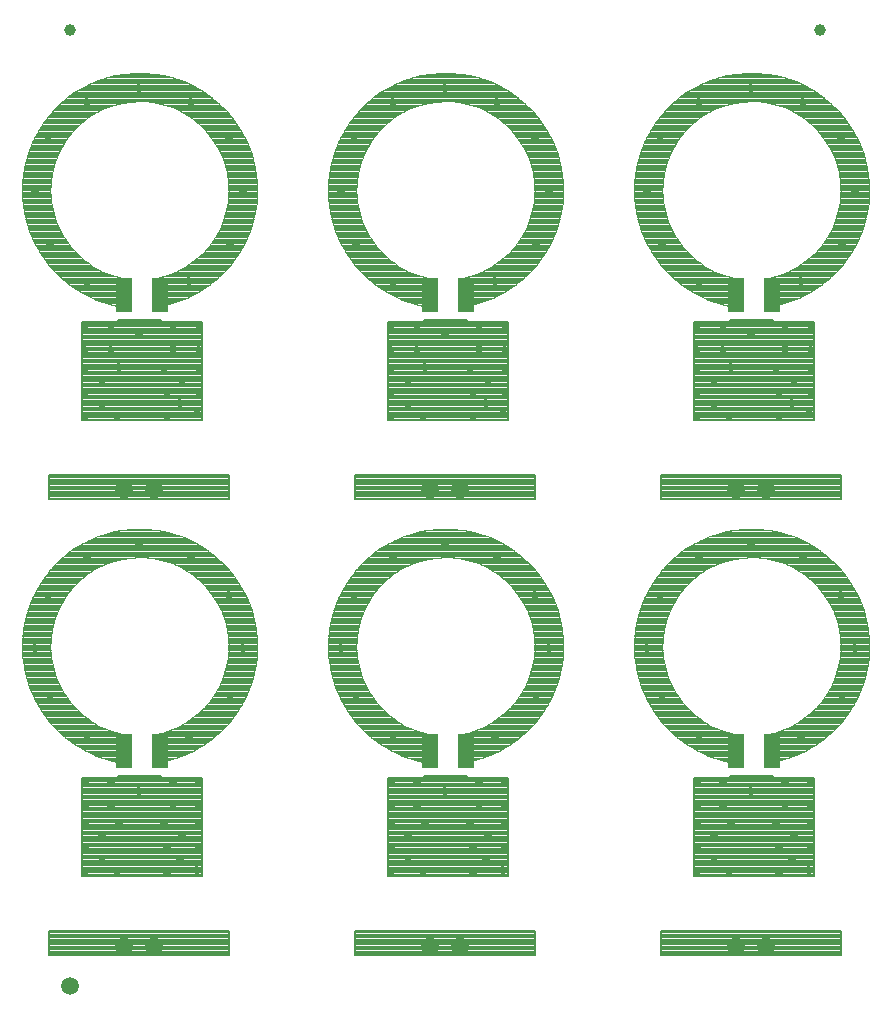
<source format=gbl>
G75*
%MOIN*%
%OFA0B0*%
%FSLAX25Y25*%
%IPPOS*%
%LPD*%
%AMOC8*
5,1,8,0,0,1.08239X$1,22.5*
%
%ADD10R,0.05315X0.11417*%
%ADD11C,0.00394*%
%ADD12C,0.03937*%
%ADD13C,0.05906*%
%ADD14C,0.02700*%
%ADD15C,0.00800*%
%ADD16C,0.06000*%
D10*
X0093189Y0098704D03*
X0105354Y0098704D03*
X0195189Y0098704D03*
X0207354Y0098704D03*
X0297189Y0098704D03*
X0309354Y0098704D03*
X0309354Y0250704D03*
X0297189Y0250704D03*
X0207354Y0250704D03*
X0195189Y0250704D03*
X0105354Y0250704D03*
X0093189Y0250704D03*
D11*
X0095630Y0250742D02*
X0080745Y0250742D01*
X0079910Y0251134D02*
X0095630Y0251134D01*
X0095630Y0251526D02*
X0079183Y0251526D01*
X0079528Y0251314D02*
X0084055Y0249188D01*
X0087362Y0248085D01*
X0090709Y0247259D01*
X0094095Y0246747D01*
X0095630Y0246648D01*
X0095630Y0256097D01*
X0092480Y0256589D01*
X0089331Y0257377D01*
X0085394Y0258952D01*
X0082638Y0260526D01*
X0081457Y0261314D01*
X0079882Y0262495D01*
X0077756Y0264306D01*
X0075512Y0266707D01*
X0073071Y0270054D01*
X0071772Y0272495D01*
X0070512Y0275448D01*
X0069410Y0278991D01*
X0068898Y0282180D01*
X0068701Y0285133D01*
X0068780Y0288322D01*
X0069213Y0291314D01*
X0070158Y0295093D01*
X0071457Y0298322D01*
X0072795Y0300763D01*
X0074213Y0303007D01*
X0076339Y0305605D01*
X0078543Y0307849D01*
X0080827Y0309660D01*
X0083976Y0311707D01*
X0087008Y0313125D01*
X0090000Y0314188D01*
X0092559Y0314857D01*
X0095512Y0315290D01*
X0098071Y0315408D01*
X0100473Y0315330D01*
X0104213Y0314818D01*
X0106969Y0314148D01*
X0109213Y0313400D01*
X0111614Y0312298D01*
X0113701Y0311156D01*
X0115827Y0309778D01*
X0118622Y0307456D01*
X0120394Y0305644D01*
X0122362Y0303282D01*
X0124331Y0300251D01*
X0125748Y0297298D01*
X0126850Y0294345D01*
X0127480Y0291668D01*
X0127953Y0288479D01*
X0128071Y0285369D01*
X0127874Y0281747D01*
X0127323Y0279109D01*
X0126378Y0275684D01*
X0125197Y0272928D01*
X0123622Y0270015D01*
X0121536Y0267062D01*
X0119488Y0264818D01*
X0116693Y0262298D01*
X0113937Y0260408D01*
X0111299Y0258952D01*
X0108661Y0257849D01*
X0105748Y0256944D01*
X0103465Y0256471D01*
X0102953Y0256373D01*
X0102953Y0246767D01*
X0104331Y0246944D01*
X0107008Y0247456D01*
X0110394Y0248400D01*
X0113386Y0249463D01*
X0116339Y0250841D01*
X0119606Y0252731D01*
X0122008Y0254424D01*
X0124331Y0256314D01*
X0126339Y0258204D01*
X0128465Y0260566D01*
X0130039Y0262534D01*
X0131339Y0264463D01*
X0132874Y0267022D01*
X0134213Y0269700D01*
X0135551Y0273164D01*
X0136339Y0275763D01*
X0137008Y0278715D01*
X0137441Y0281904D01*
X0137638Y0285054D01*
X0137559Y0287928D01*
X0137284Y0290999D01*
X0136732Y0294070D01*
X0135787Y0297692D01*
X0134567Y0300959D01*
X0133189Y0303833D01*
X0131654Y0306550D01*
X0129961Y0309030D01*
X0127520Y0311983D01*
X0125315Y0314267D01*
X0122992Y0316274D01*
X0119449Y0318833D01*
X0116614Y0320487D01*
X0113268Y0322022D01*
X0109921Y0323204D01*
X0106417Y0324109D01*
X0103504Y0324581D01*
X0100236Y0324896D01*
X0096929Y0324896D01*
X0093150Y0324621D01*
X0089843Y0324030D01*
X0087008Y0323282D01*
X0084410Y0322416D01*
X0081732Y0321235D01*
X0078661Y0319621D01*
X0076063Y0317967D01*
X0073898Y0316353D01*
X0070709Y0313519D01*
X0068504Y0311117D01*
X0066142Y0308085D01*
X0064134Y0304818D01*
X0062638Y0301865D01*
X0061417Y0298833D01*
X0060512Y0295881D01*
X0059921Y0293400D01*
X0059449Y0290369D01*
X0059173Y0286550D01*
X0059252Y0282731D01*
X0060118Y0277141D01*
X0061575Y0272219D01*
X0063465Y0267849D01*
X0066181Y0263322D01*
X0068543Y0260251D01*
X0071024Y0257692D01*
X0073858Y0255133D01*
X0076654Y0253085D01*
X0079528Y0251314D01*
X0078546Y0251919D02*
X0095630Y0251919D01*
X0095630Y0252311D02*
X0077910Y0252311D01*
X0077274Y0252703D02*
X0095630Y0252703D01*
X0095630Y0253095D02*
X0076640Y0253095D01*
X0076105Y0253488D02*
X0095630Y0253488D01*
X0095630Y0253880D02*
X0075569Y0253880D01*
X0075034Y0254272D02*
X0095630Y0254272D01*
X0095630Y0254664D02*
X0074498Y0254664D01*
X0073963Y0255056D02*
X0095630Y0255056D01*
X0095630Y0255449D02*
X0073508Y0255449D01*
X0073074Y0255841D02*
X0095630Y0255841D01*
X0094761Y0256233D02*
X0072639Y0256233D01*
X0072205Y0256625D02*
X0092337Y0256625D01*
X0090768Y0257017D02*
X0071771Y0257017D01*
X0071336Y0257410D02*
X0089249Y0257410D01*
X0088268Y0257802D02*
X0070917Y0257802D01*
X0070537Y0258194D02*
X0087288Y0258194D01*
X0086307Y0258586D02*
X0070157Y0258586D01*
X0069777Y0258979D02*
X0085347Y0258979D01*
X0084660Y0259371D02*
X0069396Y0259371D01*
X0069016Y0259763D02*
X0083974Y0259763D01*
X0083288Y0260155D02*
X0068636Y0260155D01*
X0068315Y0260547D02*
X0082606Y0260547D01*
X0082018Y0260940D02*
X0068014Y0260940D01*
X0067712Y0261332D02*
X0081433Y0261332D01*
X0080910Y0261724D02*
X0067410Y0261724D01*
X0067108Y0262116D02*
X0080387Y0262116D01*
X0079866Y0262508D02*
X0066807Y0262508D01*
X0066505Y0262901D02*
X0079406Y0262901D01*
X0078945Y0263293D02*
X0066203Y0263293D01*
X0065963Y0263685D02*
X0078485Y0263685D01*
X0078024Y0264077D02*
X0065728Y0264077D01*
X0065492Y0264469D02*
X0077603Y0264469D01*
X0077237Y0264862D02*
X0065257Y0264862D01*
X0065022Y0265254D02*
X0076870Y0265254D01*
X0076504Y0265646D02*
X0064786Y0265646D01*
X0064551Y0266038D02*
X0076137Y0266038D01*
X0075771Y0266431D02*
X0064316Y0266431D01*
X0064081Y0266823D02*
X0075428Y0266823D01*
X0075142Y0267215D02*
X0063845Y0267215D01*
X0063610Y0267607D02*
X0074856Y0267607D01*
X0074570Y0267999D02*
X0063400Y0267999D01*
X0063230Y0268392D02*
X0074283Y0268392D01*
X0073997Y0268784D02*
X0063060Y0268784D01*
X0062891Y0269176D02*
X0073711Y0269176D01*
X0073425Y0269568D02*
X0062721Y0269568D01*
X0062552Y0269960D02*
X0073139Y0269960D01*
X0072912Y0270353D02*
X0062382Y0270353D01*
X0062212Y0270745D02*
X0072703Y0270745D01*
X0072494Y0271137D02*
X0062043Y0271137D01*
X0061873Y0271529D02*
X0072286Y0271529D01*
X0072077Y0271922D02*
X0061704Y0271922D01*
X0061547Y0272314D02*
X0071868Y0272314D01*
X0071682Y0272706D02*
X0061431Y0272706D01*
X0061315Y0273098D02*
X0071514Y0273098D01*
X0071347Y0273490D02*
X0061199Y0273490D01*
X0061083Y0273883D02*
X0071180Y0273883D01*
X0071012Y0274275D02*
X0060966Y0274275D01*
X0060850Y0274667D02*
X0070845Y0274667D01*
X0070678Y0275059D02*
X0060734Y0275059D01*
X0060618Y0275451D02*
X0070511Y0275451D01*
X0070389Y0275844D02*
X0060502Y0275844D01*
X0060386Y0276236D02*
X0070267Y0276236D01*
X0070145Y0276628D02*
X0060270Y0276628D01*
X0060154Y0277020D02*
X0070023Y0277020D01*
X0069901Y0277412D02*
X0060076Y0277412D01*
X0060015Y0277805D02*
X0069779Y0277805D01*
X0069657Y0278197D02*
X0059955Y0278197D01*
X0059894Y0278589D02*
X0069535Y0278589D01*
X0069413Y0278981D02*
X0059833Y0278981D01*
X0059772Y0279374D02*
X0069348Y0279374D01*
X0069285Y0279766D02*
X0059711Y0279766D01*
X0059651Y0280158D02*
X0069222Y0280158D01*
X0069159Y0280550D02*
X0059590Y0280550D01*
X0059529Y0280942D02*
X0069096Y0280942D01*
X0069033Y0281335D02*
X0059468Y0281335D01*
X0059408Y0281727D02*
X0068970Y0281727D01*
X0068907Y0282119D02*
X0059347Y0282119D01*
X0059286Y0282511D02*
X0068876Y0282511D01*
X0068849Y0282903D02*
X0059248Y0282903D01*
X0059240Y0283296D02*
X0068823Y0283296D01*
X0068797Y0283688D02*
X0059232Y0283688D01*
X0059224Y0284080D02*
X0068771Y0284080D01*
X0068745Y0284472D02*
X0059216Y0284472D01*
X0059208Y0284865D02*
X0068719Y0284865D01*
X0068704Y0285257D02*
X0059200Y0285257D01*
X0059192Y0285649D02*
X0068714Y0285649D01*
X0068723Y0286041D02*
X0059184Y0286041D01*
X0059176Y0286433D02*
X0068733Y0286433D01*
X0068743Y0286826D02*
X0059193Y0286826D01*
X0059221Y0287218D02*
X0068752Y0287218D01*
X0068762Y0287610D02*
X0059250Y0287610D01*
X0059278Y0288002D02*
X0068772Y0288002D01*
X0068790Y0288394D02*
X0059306Y0288394D01*
X0059335Y0288787D02*
X0068847Y0288787D01*
X0068904Y0289179D02*
X0059363Y0289179D01*
X0059391Y0289571D02*
X0068960Y0289571D01*
X0069017Y0289963D02*
X0059420Y0289963D01*
X0059448Y0290355D02*
X0069074Y0290355D01*
X0069131Y0290748D02*
X0059508Y0290748D01*
X0059569Y0291140D02*
X0069188Y0291140D01*
X0069267Y0291532D02*
X0059630Y0291532D01*
X0059691Y0291924D02*
X0069365Y0291924D01*
X0069463Y0292317D02*
X0059752Y0292317D01*
X0059814Y0292709D02*
X0069561Y0292709D01*
X0069659Y0293101D02*
X0059875Y0293101D01*
X0059943Y0293493D02*
X0069758Y0293493D01*
X0069856Y0293885D02*
X0060037Y0293885D01*
X0060130Y0294278D02*
X0069954Y0294278D01*
X0070052Y0294670D02*
X0060224Y0294670D01*
X0060317Y0295062D02*
X0070150Y0295062D01*
X0070303Y0295454D02*
X0060410Y0295454D01*
X0060504Y0295846D02*
X0070461Y0295846D01*
X0070618Y0296239D02*
X0060622Y0296239D01*
X0060742Y0296631D02*
X0070776Y0296631D01*
X0070934Y0297023D02*
X0060862Y0297023D01*
X0060982Y0297415D02*
X0071092Y0297415D01*
X0071250Y0297808D02*
X0061103Y0297808D01*
X0061223Y0298200D02*
X0071408Y0298200D01*
X0071605Y0298592D02*
X0061343Y0298592D01*
X0061478Y0298984D02*
X0071820Y0298984D01*
X0072035Y0299376D02*
X0061636Y0299376D01*
X0061794Y0299769D02*
X0072250Y0299769D01*
X0072465Y0300161D02*
X0061952Y0300161D01*
X0062110Y0300553D02*
X0072680Y0300553D01*
X0072911Y0300945D02*
X0062268Y0300945D01*
X0062425Y0301337D02*
X0073158Y0301337D01*
X0073406Y0301730D02*
X0062583Y0301730D01*
X0062768Y0302122D02*
X0073654Y0302122D01*
X0073902Y0302514D02*
X0062967Y0302514D01*
X0063165Y0302906D02*
X0074149Y0302906D01*
X0074451Y0303298D02*
X0063364Y0303298D01*
X0063563Y0303691D02*
X0074772Y0303691D01*
X0075093Y0304083D02*
X0063762Y0304083D01*
X0063960Y0304475D02*
X0075414Y0304475D01*
X0075735Y0304867D02*
X0064164Y0304867D01*
X0064405Y0305260D02*
X0076056Y0305260D01*
X0076384Y0305652D02*
X0064646Y0305652D01*
X0064887Y0306044D02*
X0076770Y0306044D01*
X0077155Y0306436D02*
X0065128Y0306436D01*
X0065369Y0306828D02*
X0077540Y0306828D01*
X0077926Y0307221D02*
X0065610Y0307221D01*
X0065851Y0307613D02*
X0078311Y0307613D01*
X0078740Y0308005D02*
X0066092Y0308005D01*
X0066385Y0308397D02*
X0079234Y0308397D01*
X0079729Y0308789D02*
X0066690Y0308789D01*
X0066996Y0309182D02*
X0080223Y0309182D01*
X0080718Y0309574D02*
X0067302Y0309574D01*
X0067607Y0309966D02*
X0081297Y0309966D01*
X0081901Y0310358D02*
X0067913Y0310358D01*
X0068218Y0310751D02*
X0082504Y0310751D01*
X0083108Y0311143D02*
X0068528Y0311143D01*
X0068888Y0311535D02*
X0083711Y0311535D01*
X0084446Y0311927D02*
X0069248Y0311927D01*
X0069608Y0312319D02*
X0085285Y0312319D01*
X0086124Y0312712D02*
X0069968Y0312712D01*
X0070328Y0313104D02*
X0086963Y0313104D01*
X0088053Y0313496D02*
X0070688Y0313496D01*
X0071125Y0313888D02*
X0089157Y0313888D01*
X0090354Y0314280D02*
X0071566Y0314280D01*
X0072007Y0314673D02*
X0091854Y0314673D01*
X0093976Y0315065D02*
X0072448Y0315065D01*
X0072890Y0315457D02*
X0123938Y0315457D01*
X0124392Y0315065D02*
X0102407Y0315065D01*
X0104810Y0314673D02*
X0124845Y0314673D01*
X0125299Y0314280D02*
X0106425Y0314280D01*
X0107749Y0313888D02*
X0125680Y0313888D01*
X0126059Y0313496D02*
X0108926Y0313496D01*
X0109859Y0313104D02*
X0126438Y0313104D01*
X0126816Y0312712D02*
X0110713Y0312712D01*
X0111568Y0312319D02*
X0127195Y0312319D01*
X0127566Y0311927D02*
X0112292Y0311927D01*
X0113009Y0311535D02*
X0127890Y0311535D01*
X0128214Y0311143D02*
X0113722Y0311143D01*
X0114327Y0310751D02*
X0128539Y0310751D01*
X0128863Y0310358D02*
X0114932Y0310358D01*
X0115537Y0309966D02*
X0129187Y0309966D01*
X0129511Y0309574D02*
X0116073Y0309574D01*
X0116545Y0309182D02*
X0129836Y0309182D01*
X0130125Y0308789D02*
X0117017Y0308789D01*
X0117489Y0308397D02*
X0130393Y0308397D01*
X0130661Y0308005D02*
X0117961Y0308005D01*
X0118433Y0307613D02*
X0130928Y0307613D01*
X0131196Y0307221D02*
X0118852Y0307221D01*
X0119236Y0306828D02*
X0131464Y0306828D01*
X0131718Y0306436D02*
X0119619Y0306436D01*
X0120003Y0306044D02*
X0131940Y0306044D01*
X0132161Y0305652D02*
X0120387Y0305652D01*
X0120715Y0305260D02*
X0132383Y0305260D01*
X0132605Y0304867D02*
X0121041Y0304867D01*
X0121368Y0304475D02*
X0132826Y0304475D01*
X0133048Y0304083D02*
X0121695Y0304083D01*
X0122022Y0303691D02*
X0133258Y0303691D01*
X0133446Y0303298D02*
X0122349Y0303298D01*
X0122606Y0302906D02*
X0133634Y0302906D01*
X0133822Y0302514D02*
X0122861Y0302514D01*
X0123116Y0302122D02*
X0134010Y0302122D01*
X0134198Y0301730D02*
X0123370Y0301730D01*
X0123625Y0301337D02*
X0134386Y0301337D01*
X0134572Y0300945D02*
X0123880Y0300945D01*
X0124135Y0300553D02*
X0134719Y0300553D01*
X0134865Y0300161D02*
X0124374Y0300161D01*
X0124562Y0299769D02*
X0135012Y0299769D01*
X0135158Y0299376D02*
X0124751Y0299376D01*
X0124939Y0298984D02*
X0135305Y0298984D01*
X0135451Y0298592D02*
X0125127Y0298592D01*
X0125315Y0298200D02*
X0135598Y0298200D01*
X0135744Y0297808D02*
X0125504Y0297808D01*
X0125692Y0297415D02*
X0135860Y0297415D01*
X0135962Y0297023D02*
X0125851Y0297023D01*
X0125997Y0296631D02*
X0136064Y0296631D01*
X0136167Y0296239D02*
X0126144Y0296239D01*
X0126290Y0295846D02*
X0136269Y0295846D01*
X0136371Y0295454D02*
X0126436Y0295454D01*
X0126583Y0295062D02*
X0136473Y0295062D01*
X0136576Y0294670D02*
X0126729Y0294670D01*
X0126866Y0294278D02*
X0136678Y0294278D01*
X0136765Y0293885D02*
X0126959Y0293885D01*
X0127051Y0293493D02*
X0136836Y0293493D01*
X0136906Y0293101D02*
X0127143Y0293101D01*
X0127236Y0292709D02*
X0136977Y0292709D01*
X0137047Y0292317D02*
X0127328Y0292317D01*
X0127420Y0291924D02*
X0137117Y0291924D01*
X0137188Y0291532D02*
X0127501Y0291532D01*
X0127559Y0291140D02*
X0137258Y0291140D01*
X0137306Y0290748D02*
X0127617Y0290748D01*
X0127675Y0290355D02*
X0137341Y0290355D01*
X0137376Y0289963D02*
X0127733Y0289963D01*
X0127791Y0289571D02*
X0137412Y0289571D01*
X0137447Y0289179D02*
X0127849Y0289179D01*
X0127907Y0288787D02*
X0137482Y0288787D01*
X0137517Y0288394D02*
X0127956Y0288394D01*
X0127971Y0288002D02*
X0137552Y0288002D01*
X0137568Y0287610D02*
X0127986Y0287610D01*
X0128001Y0287218D02*
X0137579Y0287218D01*
X0137589Y0286826D02*
X0128016Y0286826D01*
X0128031Y0286433D02*
X0137600Y0286433D01*
X0137611Y0286041D02*
X0128045Y0286041D01*
X0128060Y0285649D02*
X0137622Y0285649D01*
X0137632Y0285257D02*
X0128065Y0285257D01*
X0128044Y0284865D02*
X0137626Y0284865D01*
X0137602Y0284472D02*
X0128022Y0284472D01*
X0128001Y0284080D02*
X0137577Y0284080D01*
X0137552Y0283688D02*
X0127980Y0283688D01*
X0127958Y0283296D02*
X0137528Y0283296D01*
X0137503Y0282903D02*
X0127937Y0282903D01*
X0127916Y0282511D02*
X0137479Y0282511D01*
X0137454Y0282119D02*
X0127894Y0282119D01*
X0127870Y0281727D02*
X0137417Y0281727D01*
X0137364Y0281335D02*
X0127788Y0281335D01*
X0127706Y0280942D02*
X0137310Y0280942D01*
X0137257Y0280550D02*
X0127624Y0280550D01*
X0127542Y0280158D02*
X0137204Y0280158D01*
X0137151Y0279766D02*
X0127460Y0279766D01*
X0127378Y0279374D02*
X0137097Y0279374D01*
X0137044Y0278981D02*
X0127288Y0278981D01*
X0127179Y0278589D02*
X0136979Y0278589D01*
X0136890Y0278197D02*
X0127071Y0278197D01*
X0126963Y0277805D02*
X0136802Y0277805D01*
X0136713Y0277412D02*
X0126855Y0277412D01*
X0126747Y0277020D02*
X0136624Y0277020D01*
X0136535Y0276628D02*
X0126638Y0276628D01*
X0126530Y0276236D02*
X0136446Y0276236D01*
X0136357Y0275844D02*
X0126422Y0275844D01*
X0126278Y0275451D02*
X0136244Y0275451D01*
X0136126Y0275059D02*
X0126110Y0275059D01*
X0125942Y0274667D02*
X0136007Y0274667D01*
X0135888Y0274275D02*
X0125774Y0274275D01*
X0125606Y0273883D02*
X0135769Y0273883D01*
X0135650Y0273490D02*
X0125438Y0273490D01*
X0125270Y0273098D02*
X0135526Y0273098D01*
X0135374Y0272706D02*
X0125077Y0272706D01*
X0124865Y0272314D02*
X0135223Y0272314D01*
X0135071Y0271922D02*
X0124653Y0271922D01*
X0124441Y0271529D02*
X0134920Y0271529D01*
X0134768Y0271137D02*
X0124229Y0271137D01*
X0124017Y0270745D02*
X0134617Y0270745D01*
X0134465Y0270353D02*
X0123805Y0270353D01*
X0123584Y0269960D02*
X0134313Y0269960D01*
X0134147Y0269568D02*
X0123307Y0269568D01*
X0123030Y0269176D02*
X0133951Y0269176D01*
X0133755Y0268784D02*
X0122752Y0268784D01*
X0122475Y0268392D02*
X0133559Y0268392D01*
X0133363Y0267999D02*
X0122198Y0267999D01*
X0121921Y0267607D02*
X0133166Y0267607D01*
X0132970Y0267215D02*
X0121644Y0267215D01*
X0121317Y0266823D02*
X0132754Y0266823D01*
X0132519Y0266431D02*
X0120960Y0266431D01*
X0120602Y0266038D02*
X0132284Y0266038D01*
X0132048Y0265646D02*
X0120244Y0265646D01*
X0119886Y0265254D02*
X0131813Y0265254D01*
X0131578Y0264862D02*
X0119528Y0264862D01*
X0119102Y0264469D02*
X0131342Y0264469D01*
X0131079Y0264077D02*
X0118667Y0264077D01*
X0118232Y0263685D02*
X0130814Y0263685D01*
X0130550Y0263293D02*
X0117797Y0263293D01*
X0117362Y0262901D02*
X0130286Y0262901D01*
X0130019Y0262508D02*
X0116926Y0262508D01*
X0116428Y0262116D02*
X0129705Y0262116D01*
X0129391Y0261724D02*
X0115856Y0261724D01*
X0115284Y0261332D02*
X0129077Y0261332D01*
X0128764Y0260940D02*
X0114712Y0260940D01*
X0114140Y0260547D02*
X0128448Y0260547D01*
X0128095Y0260155D02*
X0113479Y0260155D01*
X0112769Y0259763D02*
X0127742Y0259763D01*
X0127389Y0259371D02*
X0112058Y0259371D01*
X0111348Y0258979D02*
X0127036Y0258979D01*
X0126683Y0258586D02*
X0110425Y0258586D01*
X0109487Y0258194D02*
X0126329Y0258194D01*
X0125912Y0257802D02*
X0108509Y0257802D01*
X0107247Y0257410D02*
X0125495Y0257410D01*
X0125078Y0257017D02*
X0105985Y0257017D01*
X0104209Y0256625D02*
X0124662Y0256625D01*
X0124232Y0256233D02*
X0102953Y0256233D01*
X0102953Y0255841D02*
X0123749Y0255841D01*
X0123267Y0255449D02*
X0102953Y0255449D01*
X0102953Y0255056D02*
X0122785Y0255056D01*
X0122303Y0254664D02*
X0102953Y0254664D01*
X0102953Y0254272D02*
X0121792Y0254272D01*
X0121236Y0253880D02*
X0102953Y0253880D01*
X0102953Y0253488D02*
X0120679Y0253488D01*
X0120123Y0253095D02*
X0102953Y0253095D01*
X0102953Y0252703D02*
X0119558Y0252703D01*
X0118880Y0252311D02*
X0102953Y0252311D01*
X0102953Y0251919D02*
X0118202Y0251919D01*
X0117523Y0251526D02*
X0102953Y0251526D01*
X0102953Y0251134D02*
X0116845Y0251134D01*
X0116126Y0250742D02*
X0102953Y0250742D01*
X0102953Y0250350D02*
X0115285Y0250350D01*
X0114445Y0249958D02*
X0102953Y0249958D01*
X0102953Y0249565D02*
X0113605Y0249565D01*
X0112569Y0249173D02*
X0102953Y0249173D01*
X0102953Y0248781D02*
X0111465Y0248781D01*
X0110352Y0248389D02*
X0102953Y0248389D01*
X0102953Y0247997D02*
X0108947Y0247997D01*
X0107541Y0247604D02*
X0102953Y0247604D01*
X0102953Y0247212D02*
X0105735Y0247212D01*
X0103368Y0246820D02*
X0102953Y0246820D01*
X0095630Y0246820D02*
X0093611Y0246820D01*
X0095630Y0247212D02*
X0091016Y0247212D01*
X0089309Y0247604D02*
X0095630Y0247604D01*
X0095630Y0247997D02*
X0087722Y0247997D01*
X0086452Y0248389D02*
X0095630Y0248389D01*
X0095630Y0248781D02*
X0085276Y0248781D01*
X0084099Y0249173D02*
X0095630Y0249173D01*
X0095630Y0249565D02*
X0083251Y0249565D01*
X0082416Y0249958D02*
X0095630Y0249958D01*
X0095630Y0250350D02*
X0081580Y0250350D01*
X0073331Y0315849D02*
X0123484Y0315849D01*
X0123030Y0316241D02*
X0073772Y0316241D01*
X0074274Y0316634D02*
X0122495Y0316634D01*
X0121952Y0317026D02*
X0074800Y0317026D01*
X0075326Y0317418D02*
X0121409Y0317418D01*
X0120866Y0317810D02*
X0075852Y0317810D01*
X0076433Y0318203D02*
X0120322Y0318203D01*
X0119779Y0318595D02*
X0077049Y0318595D01*
X0077665Y0318987D02*
X0119186Y0318987D01*
X0118513Y0319379D02*
X0078282Y0319379D01*
X0078948Y0319771D02*
X0117841Y0319771D01*
X0117169Y0320164D02*
X0079694Y0320164D01*
X0080440Y0320556D02*
X0116464Y0320556D01*
X0115609Y0320948D02*
X0081186Y0320948D01*
X0081971Y0321340D02*
X0114755Y0321340D01*
X0113900Y0321732D02*
X0082860Y0321732D01*
X0083749Y0322125D02*
X0112978Y0322125D01*
X0111867Y0322517D02*
X0084712Y0322517D01*
X0085888Y0322909D02*
X0110756Y0322909D01*
X0109543Y0323301D02*
X0087080Y0323301D01*
X0088566Y0323694D02*
X0108025Y0323694D01*
X0106508Y0324086D02*
X0090153Y0324086D01*
X0092349Y0324478D02*
X0104143Y0324478D01*
X0100509Y0324870D02*
X0096568Y0324870D01*
X0163417Y0298833D02*
X0162512Y0295881D01*
X0161921Y0293400D01*
X0161449Y0290369D01*
X0161173Y0286550D01*
X0161252Y0282731D01*
X0162118Y0277141D01*
X0163575Y0272219D01*
X0165465Y0267849D01*
X0168181Y0263322D01*
X0170543Y0260251D01*
X0173024Y0257692D01*
X0175858Y0255133D01*
X0178654Y0253085D01*
X0181528Y0251314D01*
X0186055Y0249188D01*
X0189362Y0248085D01*
X0192709Y0247259D01*
X0196095Y0246747D01*
X0197630Y0246648D01*
X0197630Y0256097D01*
X0194480Y0256589D01*
X0191331Y0257377D01*
X0187394Y0258952D01*
X0184638Y0260526D01*
X0183457Y0261314D01*
X0181882Y0262495D01*
X0179756Y0264306D01*
X0177512Y0266707D01*
X0175071Y0270054D01*
X0173772Y0272495D01*
X0172512Y0275448D01*
X0171410Y0278991D01*
X0170898Y0282180D01*
X0170701Y0285133D01*
X0170780Y0288322D01*
X0171213Y0291314D01*
X0172158Y0295093D01*
X0173457Y0298322D01*
X0174795Y0300763D01*
X0176213Y0303007D01*
X0178339Y0305605D01*
X0180543Y0307849D01*
X0182827Y0309660D01*
X0185976Y0311707D01*
X0189008Y0313125D01*
X0192000Y0314188D01*
X0194559Y0314857D01*
X0197512Y0315290D01*
X0200071Y0315408D01*
X0202473Y0315330D01*
X0206213Y0314818D01*
X0208969Y0314148D01*
X0211213Y0313400D01*
X0213614Y0312298D01*
X0215701Y0311156D01*
X0217827Y0309778D01*
X0220622Y0307456D01*
X0222394Y0305644D01*
X0224362Y0303282D01*
X0226331Y0300251D01*
X0227748Y0297298D01*
X0228850Y0294345D01*
X0229480Y0291668D01*
X0229953Y0288479D01*
X0230071Y0285369D01*
X0229874Y0281747D01*
X0229323Y0279109D01*
X0228378Y0275684D01*
X0227197Y0272928D01*
X0225622Y0270015D01*
X0223536Y0267062D01*
X0221488Y0264818D01*
X0218693Y0262298D01*
X0215937Y0260408D01*
X0213299Y0258952D01*
X0210661Y0257849D01*
X0207748Y0256944D01*
X0205465Y0256471D01*
X0204953Y0256373D01*
X0204953Y0246767D01*
X0206331Y0246944D01*
X0209008Y0247456D01*
X0212394Y0248400D01*
X0215386Y0249463D01*
X0218339Y0250841D01*
X0221606Y0252731D01*
X0224008Y0254424D01*
X0226331Y0256314D01*
X0228339Y0258204D01*
X0230465Y0260566D01*
X0232039Y0262534D01*
X0233339Y0264463D01*
X0234874Y0267022D01*
X0236213Y0269700D01*
X0237551Y0273164D01*
X0238339Y0275763D01*
X0239008Y0278715D01*
X0239441Y0281904D01*
X0239638Y0285054D01*
X0239559Y0287928D01*
X0239284Y0290999D01*
X0238732Y0294070D01*
X0237787Y0297692D01*
X0236567Y0300959D01*
X0235189Y0303833D01*
X0233654Y0306550D01*
X0231961Y0309030D01*
X0229520Y0311983D01*
X0227315Y0314267D01*
X0224992Y0316274D01*
X0221449Y0318833D01*
X0218614Y0320487D01*
X0215268Y0322022D01*
X0211921Y0323204D01*
X0208417Y0324109D01*
X0205504Y0324581D01*
X0202236Y0324896D01*
X0198929Y0324896D01*
X0195150Y0324621D01*
X0191843Y0324030D01*
X0189008Y0323282D01*
X0186410Y0322416D01*
X0183732Y0321235D01*
X0180661Y0319621D01*
X0178063Y0317967D01*
X0175898Y0316353D01*
X0172709Y0313519D01*
X0170504Y0311117D01*
X0168142Y0308085D01*
X0166134Y0304818D01*
X0164638Y0301865D01*
X0163417Y0298833D01*
X0163478Y0298984D02*
X0173820Y0298984D01*
X0173605Y0298592D02*
X0163343Y0298592D01*
X0163223Y0298200D02*
X0173408Y0298200D01*
X0173250Y0297808D02*
X0163103Y0297808D01*
X0162982Y0297415D02*
X0173092Y0297415D01*
X0172934Y0297023D02*
X0162862Y0297023D01*
X0162742Y0296631D02*
X0172776Y0296631D01*
X0172618Y0296239D02*
X0162622Y0296239D01*
X0162504Y0295846D02*
X0172461Y0295846D01*
X0172303Y0295454D02*
X0162410Y0295454D01*
X0162317Y0295062D02*
X0172150Y0295062D01*
X0172052Y0294670D02*
X0162224Y0294670D01*
X0162130Y0294278D02*
X0171954Y0294278D01*
X0171856Y0293885D02*
X0162037Y0293885D01*
X0161943Y0293493D02*
X0171758Y0293493D01*
X0171659Y0293101D02*
X0161875Y0293101D01*
X0161814Y0292709D02*
X0171561Y0292709D01*
X0171463Y0292317D02*
X0161752Y0292317D01*
X0161691Y0291924D02*
X0171365Y0291924D01*
X0171267Y0291532D02*
X0161630Y0291532D01*
X0161569Y0291140D02*
X0171188Y0291140D01*
X0171131Y0290748D02*
X0161508Y0290748D01*
X0161448Y0290355D02*
X0171074Y0290355D01*
X0171017Y0289963D02*
X0161420Y0289963D01*
X0161391Y0289571D02*
X0170960Y0289571D01*
X0170904Y0289179D02*
X0161363Y0289179D01*
X0161335Y0288787D02*
X0170847Y0288787D01*
X0170790Y0288394D02*
X0161306Y0288394D01*
X0161278Y0288002D02*
X0170772Y0288002D01*
X0170762Y0287610D02*
X0161250Y0287610D01*
X0161221Y0287218D02*
X0170752Y0287218D01*
X0170743Y0286826D02*
X0161193Y0286826D01*
X0161176Y0286433D02*
X0170733Y0286433D01*
X0170723Y0286041D02*
X0161184Y0286041D01*
X0161192Y0285649D02*
X0170714Y0285649D01*
X0170704Y0285257D02*
X0161200Y0285257D01*
X0161208Y0284865D02*
X0170719Y0284865D01*
X0170745Y0284472D02*
X0161216Y0284472D01*
X0161224Y0284080D02*
X0170771Y0284080D01*
X0170797Y0283688D02*
X0161232Y0283688D01*
X0161240Y0283296D02*
X0170823Y0283296D01*
X0170849Y0282903D02*
X0161248Y0282903D01*
X0161286Y0282511D02*
X0170876Y0282511D01*
X0170907Y0282119D02*
X0161347Y0282119D01*
X0161408Y0281727D02*
X0170970Y0281727D01*
X0171033Y0281335D02*
X0161468Y0281335D01*
X0161529Y0280942D02*
X0171096Y0280942D01*
X0171159Y0280550D02*
X0161590Y0280550D01*
X0161651Y0280158D02*
X0171222Y0280158D01*
X0171285Y0279766D02*
X0161711Y0279766D01*
X0161772Y0279374D02*
X0171348Y0279374D01*
X0171413Y0278981D02*
X0161833Y0278981D01*
X0161894Y0278589D02*
X0171535Y0278589D01*
X0171657Y0278197D02*
X0161955Y0278197D01*
X0162015Y0277805D02*
X0171779Y0277805D01*
X0171901Y0277412D02*
X0162076Y0277412D01*
X0162154Y0277020D02*
X0172023Y0277020D01*
X0172145Y0276628D02*
X0162270Y0276628D01*
X0162386Y0276236D02*
X0172267Y0276236D01*
X0172389Y0275844D02*
X0162502Y0275844D01*
X0162618Y0275451D02*
X0172511Y0275451D01*
X0172678Y0275059D02*
X0162734Y0275059D01*
X0162850Y0274667D02*
X0172845Y0274667D01*
X0173012Y0274275D02*
X0162966Y0274275D01*
X0163083Y0273883D02*
X0173180Y0273883D01*
X0173347Y0273490D02*
X0163199Y0273490D01*
X0163315Y0273098D02*
X0173514Y0273098D01*
X0173682Y0272706D02*
X0163431Y0272706D01*
X0163547Y0272314D02*
X0173868Y0272314D01*
X0174077Y0271922D02*
X0163704Y0271922D01*
X0163873Y0271529D02*
X0174286Y0271529D01*
X0174494Y0271137D02*
X0164043Y0271137D01*
X0164212Y0270745D02*
X0174703Y0270745D01*
X0174912Y0270353D02*
X0164382Y0270353D01*
X0164552Y0269960D02*
X0175139Y0269960D01*
X0175425Y0269568D02*
X0164721Y0269568D01*
X0164891Y0269176D02*
X0175711Y0269176D01*
X0175997Y0268784D02*
X0165060Y0268784D01*
X0165230Y0268392D02*
X0176283Y0268392D01*
X0176570Y0267999D02*
X0165400Y0267999D01*
X0165610Y0267607D02*
X0176856Y0267607D01*
X0177142Y0267215D02*
X0165845Y0267215D01*
X0166081Y0266823D02*
X0177428Y0266823D01*
X0177771Y0266431D02*
X0166316Y0266431D01*
X0166551Y0266038D02*
X0178137Y0266038D01*
X0178504Y0265646D02*
X0166786Y0265646D01*
X0167022Y0265254D02*
X0178870Y0265254D01*
X0179237Y0264862D02*
X0167257Y0264862D01*
X0167492Y0264469D02*
X0179603Y0264469D01*
X0180024Y0264077D02*
X0167728Y0264077D01*
X0167963Y0263685D02*
X0180485Y0263685D01*
X0180945Y0263293D02*
X0168203Y0263293D01*
X0168505Y0262901D02*
X0181406Y0262901D01*
X0181866Y0262508D02*
X0168807Y0262508D01*
X0169108Y0262116D02*
X0182387Y0262116D01*
X0182910Y0261724D02*
X0169410Y0261724D01*
X0169712Y0261332D02*
X0183433Y0261332D01*
X0184018Y0260940D02*
X0170014Y0260940D01*
X0170315Y0260547D02*
X0184606Y0260547D01*
X0185288Y0260155D02*
X0170636Y0260155D01*
X0171016Y0259763D02*
X0185974Y0259763D01*
X0186660Y0259371D02*
X0171396Y0259371D01*
X0171777Y0258979D02*
X0187347Y0258979D01*
X0188307Y0258586D02*
X0172157Y0258586D01*
X0172537Y0258194D02*
X0189288Y0258194D01*
X0190268Y0257802D02*
X0172917Y0257802D01*
X0173336Y0257410D02*
X0191249Y0257410D01*
X0192768Y0257017D02*
X0173771Y0257017D01*
X0174205Y0256625D02*
X0194337Y0256625D01*
X0196761Y0256233D02*
X0174639Y0256233D01*
X0175074Y0255841D02*
X0197630Y0255841D01*
X0197630Y0255449D02*
X0175508Y0255449D01*
X0175962Y0255056D02*
X0197630Y0255056D01*
X0197630Y0254664D02*
X0176498Y0254664D01*
X0177034Y0254272D02*
X0197630Y0254272D01*
X0197630Y0253880D02*
X0177569Y0253880D01*
X0178105Y0253488D02*
X0197630Y0253488D01*
X0197630Y0253095D02*
X0178640Y0253095D01*
X0179274Y0252703D02*
X0197630Y0252703D01*
X0197630Y0252311D02*
X0179910Y0252311D01*
X0180546Y0251919D02*
X0197630Y0251919D01*
X0197630Y0251526D02*
X0181183Y0251526D01*
X0181910Y0251134D02*
X0197630Y0251134D01*
X0197630Y0250742D02*
X0182745Y0250742D01*
X0183580Y0250350D02*
X0197630Y0250350D01*
X0197630Y0249958D02*
X0184416Y0249958D01*
X0185251Y0249565D02*
X0197630Y0249565D01*
X0197630Y0249173D02*
X0186099Y0249173D01*
X0187276Y0248781D02*
X0197630Y0248781D01*
X0197630Y0248389D02*
X0188452Y0248389D01*
X0189722Y0247997D02*
X0197630Y0247997D01*
X0197630Y0247604D02*
X0191309Y0247604D01*
X0193016Y0247212D02*
X0197630Y0247212D01*
X0197630Y0246820D02*
X0195611Y0246820D01*
X0204953Y0246820D02*
X0205368Y0246820D01*
X0204953Y0247212D02*
X0207735Y0247212D01*
X0209541Y0247604D02*
X0204953Y0247604D01*
X0204953Y0247997D02*
X0210947Y0247997D01*
X0212352Y0248389D02*
X0204953Y0248389D01*
X0204953Y0248781D02*
X0213465Y0248781D01*
X0214569Y0249173D02*
X0204953Y0249173D01*
X0204953Y0249565D02*
X0215605Y0249565D01*
X0216445Y0249958D02*
X0204953Y0249958D01*
X0204953Y0250350D02*
X0217285Y0250350D01*
X0218126Y0250742D02*
X0204953Y0250742D01*
X0204953Y0251134D02*
X0218845Y0251134D01*
X0219523Y0251526D02*
X0204953Y0251526D01*
X0204953Y0251919D02*
X0220202Y0251919D01*
X0220880Y0252311D02*
X0204953Y0252311D01*
X0204953Y0252703D02*
X0221558Y0252703D01*
X0222123Y0253095D02*
X0204953Y0253095D01*
X0204953Y0253488D02*
X0222679Y0253488D01*
X0223236Y0253880D02*
X0204953Y0253880D01*
X0204953Y0254272D02*
X0223792Y0254272D01*
X0224303Y0254664D02*
X0204953Y0254664D01*
X0204953Y0255056D02*
X0224785Y0255056D01*
X0225267Y0255449D02*
X0204953Y0255449D01*
X0204953Y0255841D02*
X0225749Y0255841D01*
X0226232Y0256233D02*
X0204953Y0256233D01*
X0206209Y0256625D02*
X0226662Y0256625D01*
X0227078Y0257017D02*
X0207985Y0257017D01*
X0209247Y0257410D02*
X0227495Y0257410D01*
X0227912Y0257802D02*
X0210509Y0257802D01*
X0211487Y0258194D02*
X0228329Y0258194D01*
X0228683Y0258586D02*
X0212425Y0258586D01*
X0213348Y0258979D02*
X0229036Y0258979D01*
X0229389Y0259371D02*
X0214058Y0259371D01*
X0214769Y0259763D02*
X0229742Y0259763D01*
X0230095Y0260155D02*
X0215479Y0260155D01*
X0216140Y0260547D02*
X0230448Y0260547D01*
X0230764Y0260940D02*
X0216712Y0260940D01*
X0217284Y0261332D02*
X0231077Y0261332D01*
X0231391Y0261724D02*
X0217856Y0261724D01*
X0218428Y0262116D02*
X0231705Y0262116D01*
X0232019Y0262508D02*
X0218926Y0262508D01*
X0219362Y0262901D02*
X0232286Y0262901D01*
X0232550Y0263293D02*
X0219797Y0263293D01*
X0220232Y0263685D02*
X0232814Y0263685D01*
X0233079Y0264077D02*
X0220667Y0264077D01*
X0221102Y0264469D02*
X0233342Y0264469D01*
X0233578Y0264862D02*
X0221528Y0264862D01*
X0221886Y0265254D02*
X0233813Y0265254D01*
X0234048Y0265646D02*
X0222244Y0265646D01*
X0222602Y0266038D02*
X0234284Y0266038D01*
X0234519Y0266431D02*
X0222960Y0266431D01*
X0223317Y0266823D02*
X0234754Y0266823D01*
X0234970Y0267215D02*
X0223644Y0267215D01*
X0223921Y0267607D02*
X0235166Y0267607D01*
X0235363Y0267999D02*
X0224198Y0267999D01*
X0224475Y0268392D02*
X0235559Y0268392D01*
X0235755Y0268784D02*
X0224752Y0268784D01*
X0225030Y0269176D02*
X0235951Y0269176D01*
X0236147Y0269568D02*
X0225307Y0269568D01*
X0225584Y0269960D02*
X0236313Y0269960D01*
X0236465Y0270353D02*
X0225805Y0270353D01*
X0226017Y0270745D02*
X0236617Y0270745D01*
X0236768Y0271137D02*
X0226229Y0271137D01*
X0226441Y0271529D02*
X0236920Y0271529D01*
X0237071Y0271922D02*
X0226653Y0271922D01*
X0226865Y0272314D02*
X0237223Y0272314D01*
X0237374Y0272706D02*
X0227077Y0272706D01*
X0227270Y0273098D02*
X0237526Y0273098D01*
X0237650Y0273490D02*
X0227438Y0273490D01*
X0227606Y0273883D02*
X0237769Y0273883D01*
X0237888Y0274275D02*
X0227774Y0274275D01*
X0227942Y0274667D02*
X0238007Y0274667D01*
X0238126Y0275059D02*
X0228110Y0275059D01*
X0228278Y0275451D02*
X0238244Y0275451D01*
X0238357Y0275844D02*
X0228422Y0275844D01*
X0228530Y0276236D02*
X0238446Y0276236D01*
X0238535Y0276628D02*
X0228638Y0276628D01*
X0228747Y0277020D02*
X0238624Y0277020D01*
X0238713Y0277412D02*
X0228855Y0277412D01*
X0228963Y0277805D02*
X0238802Y0277805D01*
X0238890Y0278197D02*
X0229071Y0278197D01*
X0229179Y0278589D02*
X0238979Y0278589D01*
X0239044Y0278981D02*
X0229288Y0278981D01*
X0229378Y0279374D02*
X0239097Y0279374D01*
X0239151Y0279766D02*
X0229460Y0279766D01*
X0229542Y0280158D02*
X0239204Y0280158D01*
X0239257Y0280550D02*
X0229624Y0280550D01*
X0229706Y0280942D02*
X0239310Y0280942D01*
X0239364Y0281335D02*
X0229788Y0281335D01*
X0229870Y0281727D02*
X0239417Y0281727D01*
X0239454Y0282119D02*
X0229894Y0282119D01*
X0229916Y0282511D02*
X0239479Y0282511D01*
X0239503Y0282903D02*
X0229937Y0282903D01*
X0229958Y0283296D02*
X0239528Y0283296D01*
X0239552Y0283688D02*
X0229980Y0283688D01*
X0230001Y0284080D02*
X0239577Y0284080D01*
X0239602Y0284472D02*
X0230022Y0284472D01*
X0230044Y0284865D02*
X0239626Y0284865D01*
X0239632Y0285257D02*
X0230065Y0285257D01*
X0230060Y0285649D02*
X0239622Y0285649D01*
X0239611Y0286041D02*
X0230045Y0286041D01*
X0230031Y0286433D02*
X0239600Y0286433D01*
X0239589Y0286826D02*
X0230016Y0286826D01*
X0230001Y0287218D02*
X0239579Y0287218D01*
X0239568Y0287610D02*
X0229986Y0287610D01*
X0229971Y0288002D02*
X0239552Y0288002D01*
X0239517Y0288394D02*
X0229956Y0288394D01*
X0229907Y0288787D02*
X0239482Y0288787D01*
X0239447Y0289179D02*
X0229849Y0289179D01*
X0229791Y0289571D02*
X0239412Y0289571D01*
X0239376Y0289963D02*
X0229733Y0289963D01*
X0229675Y0290355D02*
X0239341Y0290355D01*
X0239306Y0290748D02*
X0229617Y0290748D01*
X0229559Y0291140D02*
X0239258Y0291140D01*
X0239188Y0291532D02*
X0229501Y0291532D01*
X0229420Y0291924D02*
X0239117Y0291924D01*
X0239047Y0292317D02*
X0229328Y0292317D01*
X0229236Y0292709D02*
X0238977Y0292709D01*
X0238906Y0293101D02*
X0229143Y0293101D01*
X0229051Y0293493D02*
X0238836Y0293493D01*
X0238765Y0293885D02*
X0228959Y0293885D01*
X0228866Y0294278D02*
X0238678Y0294278D01*
X0238576Y0294670D02*
X0228729Y0294670D01*
X0228583Y0295062D02*
X0238473Y0295062D01*
X0238371Y0295454D02*
X0228436Y0295454D01*
X0228290Y0295846D02*
X0238269Y0295846D01*
X0238167Y0296239D02*
X0228144Y0296239D01*
X0227997Y0296631D02*
X0238064Y0296631D01*
X0237962Y0297023D02*
X0227851Y0297023D01*
X0227692Y0297415D02*
X0237860Y0297415D01*
X0237744Y0297808D02*
X0227504Y0297808D01*
X0227315Y0298200D02*
X0237598Y0298200D01*
X0237451Y0298592D02*
X0227127Y0298592D01*
X0226939Y0298984D02*
X0237305Y0298984D01*
X0237158Y0299376D02*
X0226751Y0299376D01*
X0226562Y0299769D02*
X0237012Y0299769D01*
X0236865Y0300161D02*
X0226374Y0300161D01*
X0226135Y0300553D02*
X0236719Y0300553D01*
X0236572Y0300945D02*
X0225880Y0300945D01*
X0225625Y0301337D02*
X0236386Y0301337D01*
X0236198Y0301730D02*
X0225370Y0301730D01*
X0225116Y0302122D02*
X0236010Y0302122D01*
X0235822Y0302514D02*
X0224861Y0302514D01*
X0224606Y0302906D02*
X0235634Y0302906D01*
X0235446Y0303298D02*
X0224349Y0303298D01*
X0224022Y0303691D02*
X0235258Y0303691D01*
X0235048Y0304083D02*
X0223695Y0304083D01*
X0223368Y0304475D02*
X0234826Y0304475D01*
X0234605Y0304867D02*
X0223041Y0304867D01*
X0222715Y0305260D02*
X0234383Y0305260D01*
X0234161Y0305652D02*
X0222387Y0305652D01*
X0222003Y0306044D02*
X0233940Y0306044D01*
X0233718Y0306436D02*
X0221619Y0306436D01*
X0221236Y0306828D02*
X0233464Y0306828D01*
X0233196Y0307221D02*
X0220852Y0307221D01*
X0220433Y0307613D02*
X0232928Y0307613D01*
X0232661Y0308005D02*
X0219961Y0308005D01*
X0219489Y0308397D02*
X0232393Y0308397D01*
X0232125Y0308789D02*
X0219017Y0308789D01*
X0218545Y0309182D02*
X0231836Y0309182D01*
X0231511Y0309574D02*
X0218073Y0309574D01*
X0217537Y0309966D02*
X0231187Y0309966D01*
X0230863Y0310358D02*
X0216932Y0310358D01*
X0216327Y0310751D02*
X0230539Y0310751D01*
X0230214Y0311143D02*
X0215722Y0311143D01*
X0215009Y0311535D02*
X0229890Y0311535D01*
X0229566Y0311927D02*
X0214292Y0311927D01*
X0213568Y0312319D02*
X0229195Y0312319D01*
X0228816Y0312712D02*
X0212713Y0312712D01*
X0211859Y0313104D02*
X0228438Y0313104D01*
X0228059Y0313496D02*
X0210926Y0313496D01*
X0209749Y0313888D02*
X0227680Y0313888D01*
X0227299Y0314280D02*
X0208425Y0314280D01*
X0206810Y0314673D02*
X0226845Y0314673D01*
X0226392Y0315065D02*
X0204407Y0315065D01*
X0195976Y0315065D02*
X0174448Y0315065D01*
X0174007Y0314673D02*
X0193854Y0314673D01*
X0192354Y0314280D02*
X0173566Y0314280D01*
X0173125Y0313888D02*
X0191157Y0313888D01*
X0190053Y0313496D02*
X0172688Y0313496D01*
X0172328Y0313104D02*
X0188963Y0313104D01*
X0188124Y0312712D02*
X0171968Y0312712D01*
X0171608Y0312319D02*
X0187285Y0312319D01*
X0186446Y0311927D02*
X0171248Y0311927D01*
X0170888Y0311535D02*
X0185711Y0311535D01*
X0185108Y0311143D02*
X0170528Y0311143D01*
X0170218Y0310751D02*
X0184504Y0310751D01*
X0183901Y0310358D02*
X0169913Y0310358D01*
X0169607Y0309966D02*
X0183297Y0309966D01*
X0182718Y0309574D02*
X0169302Y0309574D01*
X0168996Y0309182D02*
X0182223Y0309182D01*
X0181729Y0308789D02*
X0168690Y0308789D01*
X0168385Y0308397D02*
X0181234Y0308397D01*
X0180740Y0308005D02*
X0168092Y0308005D01*
X0167851Y0307613D02*
X0180311Y0307613D01*
X0179926Y0307221D02*
X0167610Y0307221D01*
X0167369Y0306828D02*
X0179540Y0306828D01*
X0179155Y0306436D02*
X0167128Y0306436D01*
X0166887Y0306044D02*
X0178770Y0306044D01*
X0178384Y0305652D02*
X0166646Y0305652D01*
X0166405Y0305260D02*
X0178056Y0305260D01*
X0177735Y0304867D02*
X0166164Y0304867D01*
X0165960Y0304475D02*
X0177414Y0304475D01*
X0177093Y0304083D02*
X0165762Y0304083D01*
X0165563Y0303691D02*
X0176772Y0303691D01*
X0176451Y0303298D02*
X0165364Y0303298D01*
X0165165Y0302906D02*
X0176149Y0302906D01*
X0175902Y0302514D02*
X0164967Y0302514D01*
X0164768Y0302122D02*
X0175654Y0302122D01*
X0175406Y0301730D02*
X0164583Y0301730D01*
X0164425Y0301337D02*
X0175158Y0301337D01*
X0174911Y0300945D02*
X0164268Y0300945D01*
X0164110Y0300553D02*
X0174680Y0300553D01*
X0174465Y0300161D02*
X0163952Y0300161D01*
X0163794Y0299769D02*
X0174250Y0299769D01*
X0174035Y0299376D02*
X0163636Y0299376D01*
X0174890Y0315457D02*
X0225938Y0315457D01*
X0225484Y0315849D02*
X0175331Y0315849D01*
X0175772Y0316241D02*
X0225030Y0316241D01*
X0224495Y0316634D02*
X0176274Y0316634D01*
X0176800Y0317026D02*
X0223952Y0317026D01*
X0223409Y0317418D02*
X0177326Y0317418D01*
X0177852Y0317810D02*
X0222866Y0317810D01*
X0222322Y0318203D02*
X0178433Y0318203D01*
X0179049Y0318595D02*
X0221779Y0318595D01*
X0221186Y0318987D02*
X0179665Y0318987D01*
X0180282Y0319379D02*
X0220513Y0319379D01*
X0219841Y0319771D02*
X0180948Y0319771D01*
X0181694Y0320164D02*
X0219169Y0320164D01*
X0218464Y0320556D02*
X0182440Y0320556D01*
X0183186Y0320948D02*
X0217609Y0320948D01*
X0216755Y0321340D02*
X0183971Y0321340D01*
X0184860Y0321732D02*
X0215900Y0321732D01*
X0214978Y0322125D02*
X0185749Y0322125D01*
X0186712Y0322517D02*
X0213867Y0322517D01*
X0212756Y0322909D02*
X0187888Y0322909D01*
X0189080Y0323301D02*
X0211543Y0323301D01*
X0210025Y0323694D02*
X0190566Y0323694D01*
X0192153Y0324086D02*
X0208508Y0324086D01*
X0206143Y0324478D02*
X0194349Y0324478D01*
X0198568Y0324870D02*
X0202509Y0324870D01*
X0264512Y0295881D02*
X0263921Y0293400D01*
X0263449Y0290369D01*
X0263173Y0286550D01*
X0263252Y0282731D01*
X0264118Y0277141D01*
X0265575Y0272219D01*
X0267465Y0267849D01*
X0270181Y0263322D01*
X0272543Y0260251D01*
X0275024Y0257692D01*
X0277858Y0255133D01*
X0280654Y0253085D01*
X0283528Y0251314D01*
X0288055Y0249188D01*
X0291362Y0248085D01*
X0294709Y0247259D01*
X0298095Y0246747D01*
X0299630Y0246648D01*
X0299630Y0256097D01*
X0296480Y0256589D01*
X0293331Y0257377D01*
X0289394Y0258952D01*
X0286638Y0260526D01*
X0285457Y0261314D01*
X0283882Y0262495D01*
X0281756Y0264306D01*
X0279512Y0266707D01*
X0277071Y0270054D01*
X0275772Y0272495D01*
X0274512Y0275448D01*
X0273410Y0278991D01*
X0272898Y0282180D01*
X0272701Y0285133D01*
X0272780Y0288322D01*
X0273213Y0291314D01*
X0274158Y0295093D01*
X0275457Y0298322D01*
X0276795Y0300763D01*
X0278213Y0303007D01*
X0280339Y0305605D01*
X0282543Y0307849D01*
X0284827Y0309660D01*
X0287976Y0311707D01*
X0291008Y0313125D01*
X0294000Y0314188D01*
X0296559Y0314857D01*
X0299512Y0315290D01*
X0302071Y0315408D01*
X0304473Y0315330D01*
X0308213Y0314818D01*
X0310969Y0314148D01*
X0313213Y0313400D01*
X0315614Y0312298D01*
X0317701Y0311156D01*
X0319827Y0309778D01*
X0322622Y0307456D01*
X0324394Y0305644D01*
X0326362Y0303282D01*
X0328331Y0300251D01*
X0329748Y0297298D01*
X0330850Y0294345D01*
X0331480Y0291668D01*
X0331953Y0288479D01*
X0332071Y0285369D01*
X0331874Y0281747D01*
X0331323Y0279109D01*
X0330378Y0275684D01*
X0329197Y0272928D01*
X0327622Y0270015D01*
X0325536Y0267062D01*
X0323488Y0264818D01*
X0320693Y0262298D01*
X0317937Y0260408D01*
X0315299Y0258952D01*
X0312661Y0257849D01*
X0309748Y0256944D01*
X0307465Y0256471D01*
X0306953Y0256373D01*
X0306953Y0246767D01*
X0308331Y0246944D01*
X0311008Y0247456D01*
X0314394Y0248400D01*
X0317386Y0249463D01*
X0320339Y0250841D01*
X0323606Y0252731D01*
X0326008Y0254424D01*
X0328331Y0256314D01*
X0330339Y0258204D01*
X0332465Y0260566D01*
X0334039Y0262534D01*
X0335339Y0264463D01*
X0336874Y0267022D01*
X0338213Y0269700D01*
X0339551Y0273164D01*
X0340339Y0275763D01*
X0341008Y0278715D01*
X0341441Y0281904D01*
X0341638Y0285054D01*
X0341559Y0287928D01*
X0341284Y0290999D01*
X0340732Y0294070D01*
X0339787Y0297692D01*
X0338567Y0300959D01*
X0337189Y0303833D01*
X0335654Y0306550D01*
X0333961Y0309030D01*
X0331520Y0311983D01*
X0329315Y0314267D01*
X0326992Y0316274D01*
X0323449Y0318833D01*
X0320614Y0320487D01*
X0317268Y0322022D01*
X0313921Y0323204D01*
X0310417Y0324109D01*
X0307504Y0324581D01*
X0304236Y0324896D01*
X0300929Y0324896D01*
X0297150Y0324621D01*
X0293843Y0324030D01*
X0291008Y0323282D01*
X0288410Y0322416D01*
X0285732Y0321235D01*
X0282661Y0319621D01*
X0280063Y0317967D01*
X0277898Y0316353D01*
X0274709Y0313519D01*
X0272504Y0311117D01*
X0270142Y0308085D01*
X0268134Y0304818D01*
X0266638Y0301865D01*
X0265417Y0298833D01*
X0264512Y0295881D01*
X0264504Y0295846D02*
X0274461Y0295846D01*
X0274303Y0295454D02*
X0264410Y0295454D01*
X0264317Y0295062D02*
X0274150Y0295062D01*
X0274052Y0294670D02*
X0264224Y0294670D01*
X0264130Y0294278D02*
X0273954Y0294278D01*
X0273856Y0293885D02*
X0264037Y0293885D01*
X0263943Y0293493D02*
X0273758Y0293493D01*
X0273659Y0293101D02*
X0263875Y0293101D01*
X0263814Y0292709D02*
X0273561Y0292709D01*
X0273463Y0292317D02*
X0263752Y0292317D01*
X0263691Y0291924D02*
X0273365Y0291924D01*
X0273267Y0291532D02*
X0263630Y0291532D01*
X0263569Y0291140D02*
X0273188Y0291140D01*
X0273131Y0290748D02*
X0263508Y0290748D01*
X0263448Y0290355D02*
X0273074Y0290355D01*
X0273017Y0289963D02*
X0263420Y0289963D01*
X0263391Y0289571D02*
X0272960Y0289571D01*
X0272904Y0289179D02*
X0263363Y0289179D01*
X0263335Y0288787D02*
X0272847Y0288787D01*
X0272790Y0288394D02*
X0263306Y0288394D01*
X0263278Y0288002D02*
X0272772Y0288002D01*
X0272762Y0287610D02*
X0263250Y0287610D01*
X0263221Y0287218D02*
X0272752Y0287218D01*
X0272743Y0286826D02*
X0263193Y0286826D01*
X0263176Y0286433D02*
X0272733Y0286433D01*
X0272723Y0286041D02*
X0263184Y0286041D01*
X0263192Y0285649D02*
X0272714Y0285649D01*
X0272704Y0285257D02*
X0263200Y0285257D01*
X0263208Y0284865D02*
X0272719Y0284865D01*
X0272745Y0284472D02*
X0263216Y0284472D01*
X0263224Y0284080D02*
X0272771Y0284080D01*
X0272797Y0283688D02*
X0263232Y0283688D01*
X0263240Y0283296D02*
X0272823Y0283296D01*
X0272849Y0282903D02*
X0263248Y0282903D01*
X0263286Y0282511D02*
X0272876Y0282511D01*
X0272907Y0282119D02*
X0263347Y0282119D01*
X0263408Y0281727D02*
X0272970Y0281727D01*
X0273033Y0281335D02*
X0263468Y0281335D01*
X0263529Y0280942D02*
X0273096Y0280942D01*
X0273159Y0280550D02*
X0263590Y0280550D01*
X0263651Y0280158D02*
X0273222Y0280158D01*
X0273285Y0279766D02*
X0263711Y0279766D01*
X0263772Y0279374D02*
X0273348Y0279374D01*
X0273413Y0278981D02*
X0263833Y0278981D01*
X0263894Y0278589D02*
X0273535Y0278589D01*
X0273657Y0278197D02*
X0263955Y0278197D01*
X0264015Y0277805D02*
X0273779Y0277805D01*
X0273901Y0277412D02*
X0264076Y0277412D01*
X0264154Y0277020D02*
X0274023Y0277020D01*
X0274145Y0276628D02*
X0264270Y0276628D01*
X0264386Y0276236D02*
X0274267Y0276236D01*
X0274389Y0275844D02*
X0264502Y0275844D01*
X0264618Y0275451D02*
X0274511Y0275451D01*
X0274678Y0275059D02*
X0264734Y0275059D01*
X0264850Y0274667D02*
X0274845Y0274667D01*
X0275012Y0274275D02*
X0264966Y0274275D01*
X0265083Y0273883D02*
X0275180Y0273883D01*
X0275347Y0273490D02*
X0265199Y0273490D01*
X0265315Y0273098D02*
X0275514Y0273098D01*
X0275682Y0272706D02*
X0265431Y0272706D01*
X0265547Y0272314D02*
X0275868Y0272314D01*
X0276077Y0271922D02*
X0265704Y0271922D01*
X0265873Y0271529D02*
X0276286Y0271529D01*
X0276494Y0271137D02*
X0266043Y0271137D01*
X0266212Y0270745D02*
X0276703Y0270745D01*
X0276912Y0270353D02*
X0266382Y0270353D01*
X0266552Y0269960D02*
X0277139Y0269960D01*
X0277425Y0269568D02*
X0266721Y0269568D01*
X0266891Y0269176D02*
X0277711Y0269176D01*
X0277997Y0268784D02*
X0267060Y0268784D01*
X0267230Y0268392D02*
X0278283Y0268392D01*
X0278570Y0267999D02*
X0267400Y0267999D01*
X0267610Y0267607D02*
X0278856Y0267607D01*
X0279142Y0267215D02*
X0267845Y0267215D01*
X0268081Y0266823D02*
X0279428Y0266823D01*
X0279771Y0266431D02*
X0268316Y0266431D01*
X0268551Y0266038D02*
X0280137Y0266038D01*
X0280504Y0265646D02*
X0268786Y0265646D01*
X0269022Y0265254D02*
X0280870Y0265254D01*
X0281237Y0264862D02*
X0269257Y0264862D01*
X0269492Y0264469D02*
X0281603Y0264469D01*
X0282024Y0264077D02*
X0269728Y0264077D01*
X0269963Y0263685D02*
X0282485Y0263685D01*
X0282945Y0263293D02*
X0270203Y0263293D01*
X0270505Y0262901D02*
X0283406Y0262901D01*
X0283866Y0262508D02*
X0270807Y0262508D01*
X0271108Y0262116D02*
X0284387Y0262116D01*
X0284910Y0261724D02*
X0271410Y0261724D01*
X0271712Y0261332D02*
X0285433Y0261332D01*
X0286018Y0260940D02*
X0272014Y0260940D01*
X0272315Y0260547D02*
X0286606Y0260547D01*
X0287288Y0260155D02*
X0272636Y0260155D01*
X0273016Y0259763D02*
X0287974Y0259763D01*
X0288660Y0259371D02*
X0273396Y0259371D01*
X0273777Y0258979D02*
X0289347Y0258979D01*
X0290307Y0258586D02*
X0274157Y0258586D01*
X0274537Y0258194D02*
X0291288Y0258194D01*
X0292268Y0257802D02*
X0274917Y0257802D01*
X0275336Y0257410D02*
X0293249Y0257410D01*
X0294768Y0257017D02*
X0275771Y0257017D01*
X0276205Y0256625D02*
X0296337Y0256625D01*
X0298761Y0256233D02*
X0276639Y0256233D01*
X0277074Y0255841D02*
X0299630Y0255841D01*
X0299630Y0255449D02*
X0277508Y0255449D01*
X0277963Y0255056D02*
X0299630Y0255056D01*
X0299630Y0254664D02*
X0278498Y0254664D01*
X0279034Y0254272D02*
X0299630Y0254272D01*
X0299630Y0253880D02*
X0279569Y0253880D01*
X0280105Y0253488D02*
X0299630Y0253488D01*
X0299630Y0253095D02*
X0280640Y0253095D01*
X0281274Y0252703D02*
X0299630Y0252703D01*
X0299630Y0252311D02*
X0281910Y0252311D01*
X0282546Y0251919D02*
X0299630Y0251919D01*
X0299630Y0251526D02*
X0283183Y0251526D01*
X0283910Y0251134D02*
X0299630Y0251134D01*
X0299630Y0250742D02*
X0284745Y0250742D01*
X0285580Y0250350D02*
X0299630Y0250350D01*
X0299630Y0249958D02*
X0286416Y0249958D01*
X0287251Y0249565D02*
X0299630Y0249565D01*
X0299630Y0249173D02*
X0288099Y0249173D01*
X0289276Y0248781D02*
X0299630Y0248781D01*
X0299630Y0248389D02*
X0290452Y0248389D01*
X0291722Y0247997D02*
X0299630Y0247997D01*
X0299630Y0247604D02*
X0293309Y0247604D01*
X0295016Y0247212D02*
X0299630Y0247212D01*
X0299630Y0246820D02*
X0297611Y0246820D01*
X0306953Y0246820D02*
X0307368Y0246820D01*
X0306953Y0247212D02*
X0309735Y0247212D01*
X0311541Y0247604D02*
X0306953Y0247604D01*
X0306953Y0247997D02*
X0312947Y0247997D01*
X0314352Y0248389D02*
X0306953Y0248389D01*
X0306953Y0248781D02*
X0315465Y0248781D01*
X0316569Y0249173D02*
X0306953Y0249173D01*
X0306953Y0249565D02*
X0317605Y0249565D01*
X0318445Y0249958D02*
X0306953Y0249958D01*
X0306953Y0250350D02*
X0319285Y0250350D01*
X0320126Y0250742D02*
X0306953Y0250742D01*
X0306953Y0251134D02*
X0320845Y0251134D01*
X0321523Y0251526D02*
X0306953Y0251526D01*
X0306953Y0251919D02*
X0322202Y0251919D01*
X0322880Y0252311D02*
X0306953Y0252311D01*
X0306953Y0252703D02*
X0323558Y0252703D01*
X0324123Y0253095D02*
X0306953Y0253095D01*
X0306953Y0253488D02*
X0324679Y0253488D01*
X0325236Y0253880D02*
X0306953Y0253880D01*
X0306953Y0254272D02*
X0325792Y0254272D01*
X0326303Y0254664D02*
X0306953Y0254664D01*
X0306953Y0255056D02*
X0326785Y0255056D01*
X0327267Y0255449D02*
X0306953Y0255449D01*
X0306953Y0255841D02*
X0327749Y0255841D01*
X0328232Y0256233D02*
X0306953Y0256233D01*
X0308209Y0256625D02*
X0328662Y0256625D01*
X0329078Y0257017D02*
X0309985Y0257017D01*
X0311247Y0257410D02*
X0329495Y0257410D01*
X0329912Y0257802D02*
X0312509Y0257802D01*
X0313487Y0258194D02*
X0330329Y0258194D01*
X0330683Y0258586D02*
X0314425Y0258586D01*
X0315348Y0258979D02*
X0331036Y0258979D01*
X0331389Y0259371D02*
X0316058Y0259371D01*
X0316769Y0259763D02*
X0331742Y0259763D01*
X0332095Y0260155D02*
X0317479Y0260155D01*
X0318140Y0260547D02*
X0332448Y0260547D01*
X0332764Y0260940D02*
X0318712Y0260940D01*
X0319284Y0261332D02*
X0333077Y0261332D01*
X0333391Y0261724D02*
X0319856Y0261724D01*
X0320428Y0262116D02*
X0333705Y0262116D01*
X0334019Y0262508D02*
X0320926Y0262508D01*
X0321362Y0262901D02*
X0334286Y0262901D01*
X0334550Y0263293D02*
X0321797Y0263293D01*
X0322232Y0263685D02*
X0334814Y0263685D01*
X0335079Y0264077D02*
X0322667Y0264077D01*
X0323102Y0264469D02*
X0335342Y0264469D01*
X0335578Y0264862D02*
X0323528Y0264862D01*
X0323886Y0265254D02*
X0335813Y0265254D01*
X0336048Y0265646D02*
X0324244Y0265646D01*
X0324602Y0266038D02*
X0336284Y0266038D01*
X0336519Y0266431D02*
X0324960Y0266431D01*
X0325317Y0266823D02*
X0336754Y0266823D01*
X0336970Y0267215D02*
X0325644Y0267215D01*
X0325921Y0267607D02*
X0337166Y0267607D01*
X0337363Y0267999D02*
X0326198Y0267999D01*
X0326475Y0268392D02*
X0337559Y0268392D01*
X0337755Y0268784D02*
X0326752Y0268784D01*
X0327030Y0269176D02*
X0337951Y0269176D01*
X0338147Y0269568D02*
X0327307Y0269568D01*
X0327584Y0269960D02*
X0338313Y0269960D01*
X0338465Y0270353D02*
X0327805Y0270353D01*
X0328017Y0270745D02*
X0338617Y0270745D01*
X0338768Y0271137D02*
X0328229Y0271137D01*
X0328441Y0271529D02*
X0338920Y0271529D01*
X0339071Y0271922D02*
X0328653Y0271922D01*
X0328865Y0272314D02*
X0339223Y0272314D01*
X0339374Y0272706D02*
X0329077Y0272706D01*
X0329270Y0273098D02*
X0339526Y0273098D01*
X0339650Y0273490D02*
X0329438Y0273490D01*
X0329606Y0273883D02*
X0339769Y0273883D01*
X0339888Y0274275D02*
X0329774Y0274275D01*
X0329942Y0274667D02*
X0340007Y0274667D01*
X0340126Y0275059D02*
X0330110Y0275059D01*
X0330278Y0275451D02*
X0340244Y0275451D01*
X0340357Y0275844D02*
X0330422Y0275844D01*
X0330530Y0276236D02*
X0340446Y0276236D01*
X0340535Y0276628D02*
X0330638Y0276628D01*
X0330747Y0277020D02*
X0340624Y0277020D01*
X0340713Y0277412D02*
X0330855Y0277412D01*
X0330963Y0277805D02*
X0340802Y0277805D01*
X0340890Y0278197D02*
X0331071Y0278197D01*
X0331179Y0278589D02*
X0340979Y0278589D01*
X0341044Y0278981D02*
X0331288Y0278981D01*
X0331378Y0279374D02*
X0341097Y0279374D01*
X0341151Y0279766D02*
X0331460Y0279766D01*
X0331542Y0280158D02*
X0341204Y0280158D01*
X0341257Y0280550D02*
X0331624Y0280550D01*
X0331706Y0280942D02*
X0341310Y0280942D01*
X0341364Y0281335D02*
X0331788Y0281335D01*
X0331870Y0281727D02*
X0341417Y0281727D01*
X0341454Y0282119D02*
X0331894Y0282119D01*
X0331916Y0282511D02*
X0341479Y0282511D01*
X0341503Y0282903D02*
X0331937Y0282903D01*
X0331958Y0283296D02*
X0341528Y0283296D01*
X0341552Y0283688D02*
X0331980Y0283688D01*
X0332001Y0284080D02*
X0341577Y0284080D01*
X0341602Y0284472D02*
X0332022Y0284472D01*
X0332044Y0284865D02*
X0341626Y0284865D01*
X0341632Y0285257D02*
X0332065Y0285257D01*
X0332060Y0285649D02*
X0341622Y0285649D01*
X0341611Y0286041D02*
X0332045Y0286041D01*
X0332031Y0286433D02*
X0341600Y0286433D01*
X0341589Y0286826D02*
X0332016Y0286826D01*
X0332001Y0287218D02*
X0341579Y0287218D01*
X0341568Y0287610D02*
X0331986Y0287610D01*
X0331971Y0288002D02*
X0341552Y0288002D01*
X0341517Y0288394D02*
X0331956Y0288394D01*
X0331907Y0288787D02*
X0341482Y0288787D01*
X0341447Y0289179D02*
X0331849Y0289179D01*
X0331791Y0289571D02*
X0341412Y0289571D01*
X0341376Y0289963D02*
X0331733Y0289963D01*
X0331675Y0290355D02*
X0341341Y0290355D01*
X0341306Y0290748D02*
X0331617Y0290748D01*
X0331559Y0291140D02*
X0341258Y0291140D01*
X0341188Y0291532D02*
X0331501Y0291532D01*
X0331420Y0291924D02*
X0341117Y0291924D01*
X0341047Y0292317D02*
X0331328Y0292317D01*
X0331236Y0292709D02*
X0340977Y0292709D01*
X0340906Y0293101D02*
X0331143Y0293101D01*
X0331051Y0293493D02*
X0340836Y0293493D01*
X0340765Y0293885D02*
X0330959Y0293885D01*
X0330866Y0294278D02*
X0340678Y0294278D01*
X0340576Y0294670D02*
X0330729Y0294670D01*
X0330583Y0295062D02*
X0340473Y0295062D01*
X0340371Y0295454D02*
X0330436Y0295454D01*
X0330290Y0295846D02*
X0340269Y0295846D01*
X0340167Y0296239D02*
X0330144Y0296239D01*
X0329997Y0296631D02*
X0340064Y0296631D01*
X0339962Y0297023D02*
X0329851Y0297023D01*
X0329692Y0297415D02*
X0339860Y0297415D01*
X0339744Y0297808D02*
X0329504Y0297808D01*
X0329315Y0298200D02*
X0339598Y0298200D01*
X0339451Y0298592D02*
X0329127Y0298592D01*
X0328939Y0298984D02*
X0339305Y0298984D01*
X0339158Y0299376D02*
X0328751Y0299376D01*
X0328562Y0299769D02*
X0339012Y0299769D01*
X0338865Y0300161D02*
X0328374Y0300161D01*
X0328135Y0300553D02*
X0338719Y0300553D01*
X0338572Y0300945D02*
X0327880Y0300945D01*
X0327625Y0301337D02*
X0338386Y0301337D01*
X0338198Y0301730D02*
X0327370Y0301730D01*
X0327116Y0302122D02*
X0338010Y0302122D01*
X0337822Y0302514D02*
X0326861Y0302514D01*
X0326606Y0302906D02*
X0337634Y0302906D01*
X0337446Y0303298D02*
X0326349Y0303298D01*
X0326022Y0303691D02*
X0337258Y0303691D01*
X0337048Y0304083D02*
X0325695Y0304083D01*
X0325368Y0304475D02*
X0336826Y0304475D01*
X0336605Y0304867D02*
X0325041Y0304867D01*
X0324715Y0305260D02*
X0336383Y0305260D01*
X0336161Y0305652D02*
X0324387Y0305652D01*
X0324003Y0306044D02*
X0335940Y0306044D01*
X0335718Y0306436D02*
X0323619Y0306436D01*
X0323236Y0306828D02*
X0335464Y0306828D01*
X0335196Y0307221D02*
X0322852Y0307221D01*
X0322433Y0307613D02*
X0334928Y0307613D01*
X0334661Y0308005D02*
X0321961Y0308005D01*
X0321489Y0308397D02*
X0334393Y0308397D01*
X0334125Y0308789D02*
X0321017Y0308789D01*
X0320545Y0309182D02*
X0333836Y0309182D01*
X0333511Y0309574D02*
X0320073Y0309574D01*
X0319537Y0309966D02*
X0333187Y0309966D01*
X0332863Y0310358D02*
X0318932Y0310358D01*
X0318327Y0310751D02*
X0332539Y0310751D01*
X0332214Y0311143D02*
X0317722Y0311143D01*
X0317009Y0311535D02*
X0331890Y0311535D01*
X0331566Y0311927D02*
X0316292Y0311927D01*
X0315568Y0312319D02*
X0331195Y0312319D01*
X0330816Y0312712D02*
X0314713Y0312712D01*
X0313859Y0313104D02*
X0330438Y0313104D01*
X0330059Y0313496D02*
X0312926Y0313496D01*
X0311749Y0313888D02*
X0329680Y0313888D01*
X0329299Y0314280D02*
X0310425Y0314280D01*
X0308810Y0314673D02*
X0328845Y0314673D01*
X0328392Y0315065D02*
X0306407Y0315065D01*
X0297976Y0315065D02*
X0276448Y0315065D01*
X0276007Y0314673D02*
X0295854Y0314673D01*
X0294354Y0314280D02*
X0275566Y0314280D01*
X0275125Y0313888D02*
X0293157Y0313888D01*
X0292053Y0313496D02*
X0274688Y0313496D01*
X0274328Y0313104D02*
X0290963Y0313104D01*
X0290124Y0312712D02*
X0273968Y0312712D01*
X0273608Y0312319D02*
X0289285Y0312319D01*
X0288446Y0311927D02*
X0273248Y0311927D01*
X0272888Y0311535D02*
X0287711Y0311535D01*
X0287108Y0311143D02*
X0272528Y0311143D01*
X0272218Y0310751D02*
X0286504Y0310751D01*
X0285901Y0310358D02*
X0271913Y0310358D01*
X0271607Y0309966D02*
X0285297Y0309966D01*
X0284718Y0309574D02*
X0271302Y0309574D01*
X0270996Y0309182D02*
X0284223Y0309182D01*
X0283729Y0308789D02*
X0270690Y0308789D01*
X0270385Y0308397D02*
X0283234Y0308397D01*
X0282740Y0308005D02*
X0270092Y0308005D01*
X0269851Y0307613D02*
X0282311Y0307613D01*
X0281926Y0307221D02*
X0269610Y0307221D01*
X0269369Y0306828D02*
X0281540Y0306828D01*
X0281155Y0306436D02*
X0269128Y0306436D01*
X0268887Y0306044D02*
X0280770Y0306044D01*
X0280384Y0305652D02*
X0268646Y0305652D01*
X0268405Y0305260D02*
X0280056Y0305260D01*
X0279735Y0304867D02*
X0268164Y0304867D01*
X0267960Y0304475D02*
X0279414Y0304475D01*
X0279093Y0304083D02*
X0267762Y0304083D01*
X0267563Y0303691D02*
X0278772Y0303691D01*
X0278451Y0303298D02*
X0267364Y0303298D01*
X0267165Y0302906D02*
X0278149Y0302906D01*
X0277902Y0302514D02*
X0266967Y0302514D01*
X0266768Y0302122D02*
X0277654Y0302122D01*
X0277406Y0301730D02*
X0266583Y0301730D01*
X0266425Y0301337D02*
X0277158Y0301337D01*
X0276911Y0300945D02*
X0266268Y0300945D01*
X0266110Y0300553D02*
X0276680Y0300553D01*
X0276465Y0300161D02*
X0265952Y0300161D01*
X0265794Y0299769D02*
X0276250Y0299769D01*
X0276035Y0299376D02*
X0265636Y0299376D01*
X0265478Y0298984D02*
X0275820Y0298984D01*
X0275605Y0298592D02*
X0265343Y0298592D01*
X0265223Y0298200D02*
X0275408Y0298200D01*
X0275250Y0297808D02*
X0265103Y0297808D01*
X0264982Y0297415D02*
X0275092Y0297415D01*
X0274934Y0297023D02*
X0264862Y0297023D01*
X0264742Y0296631D02*
X0274776Y0296631D01*
X0274618Y0296239D02*
X0264622Y0296239D01*
X0276890Y0315457D02*
X0327938Y0315457D01*
X0327484Y0315849D02*
X0277331Y0315849D01*
X0277772Y0316241D02*
X0327030Y0316241D01*
X0326495Y0316634D02*
X0278274Y0316634D01*
X0278800Y0317026D02*
X0325952Y0317026D01*
X0325409Y0317418D02*
X0279326Y0317418D01*
X0279852Y0317810D02*
X0324866Y0317810D01*
X0324322Y0318203D02*
X0280433Y0318203D01*
X0281049Y0318595D02*
X0323779Y0318595D01*
X0323186Y0318987D02*
X0281665Y0318987D01*
X0282282Y0319379D02*
X0322513Y0319379D01*
X0321841Y0319771D02*
X0282948Y0319771D01*
X0283694Y0320164D02*
X0321169Y0320164D01*
X0320464Y0320556D02*
X0284440Y0320556D01*
X0285186Y0320948D02*
X0319609Y0320948D01*
X0318755Y0321340D02*
X0285971Y0321340D01*
X0286860Y0321732D02*
X0317900Y0321732D01*
X0316978Y0322125D02*
X0287749Y0322125D01*
X0288712Y0322517D02*
X0315867Y0322517D01*
X0314756Y0322909D02*
X0289888Y0322909D01*
X0291080Y0323301D02*
X0313543Y0323301D01*
X0312025Y0323694D02*
X0292566Y0323694D01*
X0294153Y0324086D02*
X0310508Y0324086D01*
X0308143Y0324478D02*
X0296349Y0324478D01*
X0300568Y0324870D02*
X0304509Y0324870D01*
X0304236Y0172896D02*
X0300929Y0172896D01*
X0297150Y0172621D01*
X0293843Y0172030D01*
X0291008Y0171282D01*
X0288410Y0170416D01*
X0285732Y0169235D01*
X0282661Y0167621D01*
X0280063Y0165967D01*
X0277898Y0164353D01*
X0274709Y0161519D01*
X0272504Y0159117D01*
X0270142Y0156085D01*
X0268134Y0152818D01*
X0266638Y0149865D01*
X0265417Y0146833D01*
X0264512Y0143881D01*
X0263921Y0141400D01*
X0263449Y0138369D01*
X0263173Y0134550D01*
X0263252Y0130731D01*
X0264118Y0125141D01*
X0265575Y0120219D01*
X0267465Y0115849D01*
X0270181Y0111322D01*
X0272543Y0108251D01*
X0275024Y0105692D01*
X0277858Y0103133D01*
X0280654Y0101085D01*
X0283528Y0099314D01*
X0288055Y0097188D01*
X0291362Y0096085D01*
X0294709Y0095259D01*
X0298095Y0094747D01*
X0299630Y0094648D01*
X0299630Y0104097D01*
X0296480Y0104589D01*
X0293331Y0105377D01*
X0289394Y0106952D01*
X0286638Y0108526D01*
X0285457Y0109314D01*
X0283882Y0110495D01*
X0281756Y0112306D01*
X0279512Y0114707D01*
X0277071Y0118054D01*
X0275772Y0120495D01*
X0274512Y0123448D01*
X0273410Y0126991D01*
X0272898Y0130180D01*
X0272701Y0133133D01*
X0272780Y0136322D01*
X0273213Y0139314D01*
X0274158Y0143093D01*
X0275457Y0146322D01*
X0276795Y0148763D01*
X0278213Y0151007D01*
X0280339Y0153605D01*
X0282543Y0155849D01*
X0284827Y0157660D01*
X0287976Y0159707D01*
X0291008Y0161125D01*
X0294000Y0162188D01*
X0296559Y0162857D01*
X0299512Y0163290D01*
X0302071Y0163408D01*
X0304473Y0163330D01*
X0308213Y0162818D01*
X0310969Y0162148D01*
X0313213Y0161400D01*
X0315614Y0160298D01*
X0317701Y0159156D01*
X0319827Y0157778D01*
X0322622Y0155456D01*
X0324394Y0153644D01*
X0326362Y0151282D01*
X0328331Y0148251D01*
X0329748Y0145298D01*
X0330850Y0142345D01*
X0331480Y0139668D01*
X0331953Y0136479D01*
X0332071Y0133369D01*
X0331874Y0129747D01*
X0331323Y0127109D01*
X0330378Y0123684D01*
X0329197Y0120928D01*
X0327622Y0118015D01*
X0325536Y0115062D01*
X0323488Y0112818D01*
X0320693Y0110298D01*
X0317937Y0108408D01*
X0315299Y0106952D01*
X0312661Y0105849D01*
X0309748Y0104944D01*
X0307465Y0104471D01*
X0306953Y0104373D01*
X0306953Y0094767D01*
X0308331Y0094944D01*
X0311008Y0095456D01*
X0314394Y0096400D01*
X0317386Y0097463D01*
X0320339Y0098841D01*
X0323606Y0100731D01*
X0326008Y0102424D01*
X0328331Y0104314D01*
X0330339Y0106204D01*
X0332465Y0108566D01*
X0334039Y0110534D01*
X0335339Y0112463D01*
X0336874Y0115022D01*
X0338213Y0117700D01*
X0339551Y0121164D01*
X0340339Y0123763D01*
X0341008Y0126715D01*
X0341441Y0129904D01*
X0341638Y0133054D01*
X0341559Y0135928D01*
X0341284Y0138999D01*
X0340732Y0142070D01*
X0339787Y0145692D01*
X0338567Y0148959D01*
X0337189Y0151833D01*
X0335654Y0154550D01*
X0333961Y0157030D01*
X0331520Y0159983D01*
X0329315Y0162267D01*
X0326992Y0164274D01*
X0323449Y0166833D01*
X0320614Y0168487D01*
X0317268Y0170022D01*
X0313921Y0171204D01*
X0310417Y0172109D01*
X0307504Y0172581D01*
X0304236Y0172896D01*
X0306359Y0172692D02*
X0298123Y0172692D01*
X0295351Y0172300D02*
X0309242Y0172300D01*
X0311198Y0171907D02*
X0293377Y0171907D01*
X0291891Y0171515D02*
X0312715Y0171515D01*
X0314150Y0171123D02*
X0290530Y0171123D01*
X0289353Y0170731D02*
X0315261Y0170731D01*
X0316372Y0170339D02*
X0288234Y0170339D01*
X0287345Y0169946D02*
X0317434Y0169946D01*
X0318288Y0169554D02*
X0286456Y0169554D01*
X0285593Y0169162D02*
X0319143Y0169162D01*
X0319998Y0168770D02*
X0284847Y0168770D01*
X0284101Y0168378D02*
X0320802Y0168378D01*
X0321474Y0167985D02*
X0283355Y0167985D01*
X0282618Y0167593D02*
X0322147Y0167593D01*
X0322819Y0167201D02*
X0282002Y0167201D01*
X0281385Y0166809D02*
X0323483Y0166809D01*
X0324026Y0166416D02*
X0280769Y0166416D01*
X0280153Y0166024D02*
X0324569Y0166024D01*
X0325112Y0165632D02*
X0279613Y0165632D01*
X0279087Y0165240D02*
X0325655Y0165240D01*
X0326199Y0164848D02*
X0278561Y0164848D01*
X0278035Y0164455D02*
X0326742Y0164455D01*
X0327237Y0164063D02*
X0277571Y0164063D01*
X0277130Y0163671D02*
X0327690Y0163671D01*
X0328144Y0163279D02*
X0304844Y0163279D01*
X0307710Y0162887D02*
X0328598Y0162887D01*
X0329052Y0162494D02*
X0309544Y0162494D01*
X0311108Y0162102D02*
X0329474Y0162102D01*
X0329852Y0161710D02*
X0312284Y0161710D01*
X0313393Y0161318D02*
X0330231Y0161318D01*
X0330610Y0160925D02*
X0314247Y0160925D01*
X0315102Y0160533D02*
X0330989Y0160533D01*
X0331367Y0160141D02*
X0315901Y0160141D01*
X0316618Y0159749D02*
X0331713Y0159749D01*
X0332038Y0159357D02*
X0317335Y0159357D01*
X0317997Y0158964D02*
X0332362Y0158964D01*
X0332686Y0158572D02*
X0318602Y0158572D01*
X0319207Y0158180D02*
X0333010Y0158180D01*
X0333335Y0157788D02*
X0319812Y0157788D01*
X0320287Y0157396D02*
X0333659Y0157396D01*
X0333979Y0157003D02*
X0320759Y0157003D01*
X0321231Y0156611D02*
X0334247Y0156611D01*
X0334515Y0156219D02*
X0321703Y0156219D01*
X0322175Y0155827D02*
X0334782Y0155827D01*
X0335050Y0155435D02*
X0322643Y0155435D01*
X0323026Y0155042D02*
X0335318Y0155042D01*
X0335585Y0154650D02*
X0323410Y0154650D01*
X0323794Y0154258D02*
X0335819Y0154258D01*
X0336040Y0153866D02*
X0324177Y0153866D01*
X0324536Y0153473D02*
X0336262Y0153473D01*
X0336484Y0153081D02*
X0324863Y0153081D01*
X0325190Y0152689D02*
X0336705Y0152689D01*
X0336927Y0152297D02*
X0325517Y0152297D01*
X0325844Y0151905D02*
X0337149Y0151905D01*
X0337343Y0151512D02*
X0326171Y0151512D01*
X0326468Y0151120D02*
X0337531Y0151120D01*
X0337719Y0150728D02*
X0326722Y0150728D01*
X0326977Y0150336D02*
X0337907Y0150336D01*
X0338095Y0149944D02*
X0327232Y0149944D01*
X0327486Y0149551D02*
X0338283Y0149551D01*
X0338471Y0149159D02*
X0327741Y0149159D01*
X0327996Y0148767D02*
X0338639Y0148767D01*
X0338785Y0148375D02*
X0328250Y0148375D01*
X0328460Y0147982D02*
X0338932Y0147982D01*
X0339078Y0147590D02*
X0328648Y0147590D01*
X0328836Y0147198D02*
X0339225Y0147198D01*
X0339371Y0146806D02*
X0329024Y0146806D01*
X0329213Y0146414D02*
X0339518Y0146414D01*
X0339664Y0146021D02*
X0329401Y0146021D01*
X0329589Y0145629D02*
X0339804Y0145629D01*
X0339906Y0145237D02*
X0329771Y0145237D01*
X0329917Y0144845D02*
X0340008Y0144845D01*
X0340111Y0144453D02*
X0330064Y0144453D01*
X0330210Y0144060D02*
X0340213Y0144060D01*
X0340315Y0143668D02*
X0330357Y0143668D01*
X0330503Y0143276D02*
X0340418Y0143276D01*
X0340520Y0142884D02*
X0330649Y0142884D01*
X0330796Y0142492D02*
X0340622Y0142492D01*
X0340725Y0142099D02*
X0330908Y0142099D01*
X0331001Y0141707D02*
X0340797Y0141707D01*
X0340868Y0141315D02*
X0331093Y0141315D01*
X0331185Y0140923D02*
X0340938Y0140923D01*
X0341009Y0140530D02*
X0331277Y0140530D01*
X0331370Y0140138D02*
X0341079Y0140138D01*
X0341149Y0139746D02*
X0331462Y0139746D01*
X0331527Y0139354D02*
X0341220Y0139354D01*
X0341287Y0138962D02*
X0331585Y0138962D01*
X0331643Y0138569D02*
X0341322Y0138569D01*
X0341357Y0138177D02*
X0331701Y0138177D01*
X0331759Y0137785D02*
X0341392Y0137785D01*
X0341428Y0137393D02*
X0331817Y0137393D01*
X0331876Y0137001D02*
X0341463Y0137001D01*
X0341498Y0136608D02*
X0331934Y0136608D01*
X0331963Y0136216D02*
X0341533Y0136216D01*
X0341562Y0135824D02*
X0331978Y0135824D01*
X0331993Y0135432D02*
X0341573Y0135432D01*
X0341583Y0135039D02*
X0332007Y0135039D01*
X0332022Y0134647D02*
X0341594Y0134647D01*
X0341605Y0134255D02*
X0332037Y0134255D01*
X0332052Y0133863D02*
X0341616Y0133863D01*
X0341626Y0133471D02*
X0332067Y0133471D01*
X0332055Y0133078D02*
X0341637Y0133078D01*
X0341615Y0132686D02*
X0332034Y0132686D01*
X0332013Y0132294D02*
X0341590Y0132294D01*
X0341566Y0131902D02*
X0331991Y0131902D01*
X0331970Y0131510D02*
X0341541Y0131510D01*
X0341517Y0131117D02*
X0331949Y0131117D01*
X0331927Y0130725D02*
X0341492Y0130725D01*
X0341468Y0130333D02*
X0331906Y0130333D01*
X0331885Y0129941D02*
X0341443Y0129941D01*
X0341393Y0129549D02*
X0331833Y0129549D01*
X0331751Y0129156D02*
X0341339Y0129156D01*
X0341286Y0128764D02*
X0331669Y0128764D01*
X0331587Y0128372D02*
X0341233Y0128372D01*
X0341180Y0127980D02*
X0331505Y0127980D01*
X0331423Y0127587D02*
X0341126Y0127587D01*
X0341073Y0127195D02*
X0331341Y0127195D01*
X0331238Y0126803D02*
X0341020Y0126803D01*
X0340939Y0126411D02*
X0331130Y0126411D01*
X0331022Y0126019D02*
X0340850Y0126019D01*
X0340761Y0125626D02*
X0330914Y0125626D01*
X0330806Y0125234D02*
X0340672Y0125234D01*
X0340583Y0124842D02*
X0330698Y0124842D01*
X0330589Y0124450D02*
X0340494Y0124450D01*
X0340405Y0124058D02*
X0330481Y0124058D01*
X0330370Y0123665D02*
X0340309Y0123665D01*
X0340190Y0123273D02*
X0330202Y0123273D01*
X0330034Y0122881D02*
X0340071Y0122881D01*
X0339953Y0122489D02*
X0329866Y0122489D01*
X0329698Y0122096D02*
X0339834Y0122096D01*
X0339715Y0121704D02*
X0329530Y0121704D01*
X0329362Y0121312D02*
X0339596Y0121312D01*
X0339457Y0120920D02*
X0329193Y0120920D01*
X0328981Y0120528D02*
X0339305Y0120528D01*
X0339154Y0120135D02*
X0328769Y0120135D01*
X0328557Y0119743D02*
X0339002Y0119743D01*
X0338851Y0119351D02*
X0328345Y0119351D01*
X0328133Y0118959D02*
X0338699Y0118959D01*
X0338548Y0118567D02*
X0327921Y0118567D01*
X0327709Y0118174D02*
X0338396Y0118174D01*
X0338245Y0117782D02*
X0327458Y0117782D01*
X0327181Y0117390D02*
X0338058Y0117390D01*
X0337862Y0116998D02*
X0326904Y0116998D01*
X0326626Y0116606D02*
X0337666Y0116606D01*
X0337470Y0116213D02*
X0326349Y0116213D01*
X0326072Y0115821D02*
X0337273Y0115821D01*
X0337077Y0115429D02*
X0325795Y0115429D01*
X0325513Y0115037D02*
X0336881Y0115037D01*
X0336647Y0114644D02*
X0325155Y0114644D01*
X0324797Y0114252D02*
X0336412Y0114252D01*
X0336177Y0113860D02*
X0324439Y0113860D01*
X0324081Y0113468D02*
X0335941Y0113468D01*
X0335706Y0113076D02*
X0323724Y0113076D01*
X0323339Y0112683D02*
X0335471Y0112683D01*
X0335223Y0112291D02*
X0322904Y0112291D01*
X0322469Y0111899D02*
X0334959Y0111899D01*
X0334694Y0111507D02*
X0322034Y0111507D01*
X0321599Y0111115D02*
X0334430Y0111115D01*
X0334166Y0110722D02*
X0321164Y0110722D01*
X0320729Y0110330D02*
X0333876Y0110330D01*
X0333562Y0109938D02*
X0320168Y0109938D01*
X0319596Y0109546D02*
X0333249Y0109546D01*
X0332935Y0109153D02*
X0319024Y0109153D01*
X0318452Y0108761D02*
X0332621Y0108761D01*
X0332288Y0108369D02*
X0317866Y0108369D01*
X0317156Y0107977D02*
X0331935Y0107977D01*
X0331582Y0107585D02*
X0316446Y0107585D01*
X0315735Y0107192D02*
X0331229Y0107192D01*
X0330876Y0106800D02*
X0314937Y0106800D01*
X0313999Y0106408D02*
X0330523Y0106408D01*
X0330139Y0106016D02*
X0313060Y0106016D01*
X0311936Y0105624D02*
X0329722Y0105624D01*
X0329306Y0105231D02*
X0310674Y0105231D01*
X0309243Y0104839D02*
X0328889Y0104839D01*
X0328472Y0104447D02*
X0307338Y0104447D01*
X0306953Y0104055D02*
X0328012Y0104055D01*
X0327530Y0103663D02*
X0306953Y0103663D01*
X0306953Y0103270D02*
X0327048Y0103270D01*
X0326566Y0102878D02*
X0306953Y0102878D01*
X0306953Y0102486D02*
X0326084Y0102486D01*
X0325539Y0102094D02*
X0306953Y0102094D01*
X0306953Y0101701D02*
X0324983Y0101701D01*
X0324427Y0101309D02*
X0306953Y0101309D01*
X0306953Y0100917D02*
X0323870Y0100917D01*
X0323250Y0100525D02*
X0306953Y0100525D01*
X0306953Y0100133D02*
X0322571Y0100133D01*
X0321893Y0099740D02*
X0306953Y0099740D01*
X0306953Y0099348D02*
X0321215Y0099348D01*
X0320537Y0098956D02*
X0306953Y0098956D01*
X0306953Y0098564D02*
X0319744Y0098564D01*
X0318903Y0098172D02*
X0306953Y0098172D01*
X0306953Y0097779D02*
X0318063Y0097779D01*
X0317171Y0097387D02*
X0306953Y0097387D01*
X0306953Y0096995D02*
X0316067Y0096995D01*
X0314963Y0096603D02*
X0306953Y0096603D01*
X0306953Y0096210D02*
X0313713Y0096210D01*
X0312308Y0095818D02*
X0306953Y0095818D01*
X0306953Y0095426D02*
X0310854Y0095426D01*
X0308802Y0095034D02*
X0306953Y0095034D01*
X0299630Y0095034D02*
X0296196Y0095034D01*
X0294031Y0095426D02*
X0299630Y0095426D01*
X0299630Y0095818D02*
X0292444Y0095818D01*
X0290987Y0096210D02*
X0299630Y0096210D01*
X0299630Y0096603D02*
X0289810Y0096603D01*
X0288634Y0096995D02*
X0299630Y0096995D01*
X0299630Y0097387D02*
X0287631Y0097387D01*
X0286795Y0097779D02*
X0299630Y0097779D01*
X0299630Y0098172D02*
X0285960Y0098172D01*
X0285125Y0098564D02*
X0299630Y0098564D01*
X0299630Y0098956D02*
X0284290Y0098956D01*
X0283472Y0099348D02*
X0299630Y0099348D01*
X0299630Y0099740D02*
X0282836Y0099740D01*
X0282199Y0100133D02*
X0299630Y0100133D01*
X0299630Y0100525D02*
X0281563Y0100525D01*
X0280927Y0100917D02*
X0299630Y0100917D01*
X0299630Y0101309D02*
X0280348Y0101309D01*
X0279813Y0101701D02*
X0299630Y0101701D01*
X0299630Y0102094D02*
X0279277Y0102094D01*
X0278741Y0102486D02*
X0299630Y0102486D01*
X0299630Y0102878D02*
X0278206Y0102878D01*
X0277706Y0103270D02*
X0299630Y0103270D01*
X0299630Y0103663D02*
X0277271Y0103663D01*
X0276837Y0104055D02*
X0299630Y0104055D01*
X0297392Y0104447D02*
X0276403Y0104447D01*
X0275968Y0104839D02*
X0295481Y0104839D01*
X0293912Y0105231D02*
X0275534Y0105231D01*
X0275099Y0105624D02*
X0292714Y0105624D01*
X0291733Y0106016D02*
X0274710Y0106016D01*
X0274329Y0106408D02*
X0290753Y0106408D01*
X0289772Y0106800D02*
X0273949Y0106800D01*
X0273569Y0107192D02*
X0288972Y0107192D01*
X0288286Y0107585D02*
X0273189Y0107585D01*
X0272809Y0107977D02*
X0287600Y0107977D01*
X0286913Y0108369D02*
X0272452Y0108369D01*
X0272151Y0108761D02*
X0286286Y0108761D01*
X0285697Y0109153D02*
X0271849Y0109153D01*
X0271547Y0109546D02*
X0285148Y0109546D01*
X0284625Y0109938D02*
X0271246Y0109938D01*
X0270944Y0110330D02*
X0284102Y0110330D01*
X0283615Y0110722D02*
X0270642Y0110722D01*
X0270340Y0111115D02*
X0283155Y0111115D01*
X0282694Y0111507D02*
X0270070Y0111507D01*
X0269835Y0111899D02*
X0282234Y0111899D01*
X0281773Y0112291D02*
X0269599Y0112291D01*
X0269364Y0112683D02*
X0281403Y0112683D01*
X0281037Y0113076D02*
X0269129Y0113076D01*
X0268893Y0113468D02*
X0280670Y0113468D01*
X0280304Y0113860D02*
X0268658Y0113860D01*
X0268423Y0114252D02*
X0279937Y0114252D01*
X0279571Y0114644D02*
X0268187Y0114644D01*
X0267952Y0115037D02*
X0279272Y0115037D01*
X0278986Y0115429D02*
X0267717Y0115429D01*
X0267482Y0115821D02*
X0278700Y0115821D01*
X0278414Y0116213D02*
X0267307Y0116213D01*
X0267138Y0116606D02*
X0278127Y0116606D01*
X0277841Y0116998D02*
X0266968Y0116998D01*
X0266798Y0117390D02*
X0277555Y0117390D01*
X0277269Y0117782D02*
X0266629Y0117782D01*
X0266459Y0118174D02*
X0277007Y0118174D01*
X0276798Y0118567D02*
X0266290Y0118567D01*
X0266120Y0118959D02*
X0276589Y0118959D01*
X0276381Y0119351D02*
X0265950Y0119351D01*
X0265781Y0119743D02*
X0276172Y0119743D01*
X0275963Y0120135D02*
X0265611Y0120135D01*
X0265484Y0120528D02*
X0275758Y0120528D01*
X0275590Y0120920D02*
X0265368Y0120920D01*
X0265251Y0121312D02*
X0275423Y0121312D01*
X0275256Y0121704D02*
X0265135Y0121704D01*
X0265019Y0122096D02*
X0275088Y0122096D01*
X0274921Y0122489D02*
X0264903Y0122489D01*
X0264787Y0122881D02*
X0274754Y0122881D01*
X0274586Y0123273D02*
X0264671Y0123273D01*
X0264555Y0123665D02*
X0274444Y0123665D01*
X0274322Y0124058D02*
X0264439Y0124058D01*
X0264323Y0124450D02*
X0274200Y0124450D01*
X0274078Y0124842D02*
X0264207Y0124842D01*
X0264104Y0125234D02*
X0273956Y0125234D01*
X0273834Y0125626D02*
X0264043Y0125626D01*
X0263982Y0126019D02*
X0273712Y0126019D01*
X0273590Y0126411D02*
X0263921Y0126411D01*
X0263861Y0126803D02*
X0273468Y0126803D01*
X0273377Y0127195D02*
X0263800Y0127195D01*
X0263739Y0127587D02*
X0273314Y0127587D01*
X0273251Y0127980D02*
X0263678Y0127980D01*
X0263618Y0128372D02*
X0273188Y0128372D01*
X0273125Y0128764D02*
X0263557Y0128764D01*
X0263496Y0129156D02*
X0273062Y0129156D01*
X0272999Y0129549D02*
X0263435Y0129549D01*
X0263374Y0129941D02*
X0272936Y0129941D01*
X0272888Y0130333D02*
X0263314Y0130333D01*
X0263253Y0130725D02*
X0272861Y0130725D01*
X0272835Y0131117D02*
X0263244Y0131117D01*
X0263236Y0131510D02*
X0272809Y0131510D01*
X0272783Y0131902D02*
X0263228Y0131902D01*
X0263220Y0132294D02*
X0272757Y0132294D01*
X0272731Y0132686D02*
X0263212Y0132686D01*
X0263204Y0133078D02*
X0272704Y0133078D01*
X0272709Y0133471D02*
X0263196Y0133471D01*
X0263187Y0133863D02*
X0272719Y0133863D01*
X0272729Y0134255D02*
X0263179Y0134255D01*
X0263180Y0134647D02*
X0272738Y0134647D01*
X0272748Y0135039D02*
X0263209Y0135039D01*
X0263237Y0135432D02*
X0272758Y0135432D01*
X0272767Y0135824D02*
X0263265Y0135824D01*
X0263294Y0136216D02*
X0272777Y0136216D01*
X0272821Y0136608D02*
X0263322Y0136608D01*
X0263350Y0137001D02*
X0272878Y0137001D01*
X0272935Y0137393D02*
X0263378Y0137393D01*
X0263407Y0137785D02*
X0272991Y0137785D01*
X0273048Y0138177D02*
X0263435Y0138177D01*
X0263480Y0138569D02*
X0273105Y0138569D01*
X0273162Y0138962D02*
X0263541Y0138962D01*
X0263602Y0139354D02*
X0273223Y0139354D01*
X0273321Y0139746D02*
X0263664Y0139746D01*
X0263725Y0140138D02*
X0273419Y0140138D01*
X0273517Y0140530D02*
X0263786Y0140530D01*
X0263847Y0140923D02*
X0273615Y0140923D01*
X0273713Y0141315D02*
X0263908Y0141315D01*
X0263994Y0141707D02*
X0273811Y0141707D01*
X0273909Y0142099D02*
X0264088Y0142099D01*
X0264181Y0142492D02*
X0274007Y0142492D01*
X0274105Y0142884D02*
X0264275Y0142884D01*
X0264368Y0143276D02*
X0274231Y0143276D01*
X0274389Y0143668D02*
X0264461Y0143668D01*
X0264567Y0144060D02*
X0274547Y0144060D01*
X0274705Y0144453D02*
X0264687Y0144453D01*
X0264808Y0144845D02*
X0274862Y0144845D01*
X0275020Y0145237D02*
X0264928Y0145237D01*
X0265048Y0145629D02*
X0275178Y0145629D01*
X0275336Y0146021D02*
X0265168Y0146021D01*
X0265289Y0146414D02*
X0275507Y0146414D01*
X0275722Y0146806D02*
X0265409Y0146806D01*
X0265564Y0147198D02*
X0275937Y0147198D01*
X0276152Y0147590D02*
X0265722Y0147590D01*
X0265880Y0147982D02*
X0276368Y0147982D01*
X0276583Y0148375D02*
X0266038Y0148375D01*
X0266196Y0148767D02*
X0276798Y0148767D01*
X0277046Y0149159D02*
X0266354Y0149159D01*
X0266512Y0149551D02*
X0277293Y0149551D01*
X0277541Y0149944D02*
X0266678Y0149944D01*
X0266876Y0150336D02*
X0277789Y0150336D01*
X0278037Y0150728D02*
X0267075Y0150728D01*
X0267274Y0151120D02*
X0278306Y0151120D01*
X0278626Y0151512D02*
X0267473Y0151512D01*
X0267671Y0151905D02*
X0278947Y0151905D01*
X0279268Y0152297D02*
X0267870Y0152297D01*
X0268069Y0152689D02*
X0279589Y0152689D01*
X0279910Y0153081D02*
X0268296Y0153081D01*
X0268537Y0153473D02*
X0280231Y0153473D01*
X0280595Y0153866D02*
X0268778Y0153866D01*
X0269019Y0154258D02*
X0280980Y0154258D01*
X0281365Y0154650D02*
X0269260Y0154650D01*
X0269501Y0155042D02*
X0281751Y0155042D01*
X0282136Y0155435D02*
X0269742Y0155435D01*
X0269983Y0155827D02*
X0282521Y0155827D01*
X0283010Y0156219D02*
X0270246Y0156219D01*
X0270551Y0156611D02*
X0283504Y0156611D01*
X0283999Y0157003D02*
X0270857Y0157003D01*
X0271163Y0157396D02*
X0284493Y0157396D01*
X0285023Y0157788D02*
X0271468Y0157788D01*
X0271774Y0158180D02*
X0285626Y0158180D01*
X0286230Y0158572D02*
X0272080Y0158572D01*
X0272385Y0158964D02*
X0286833Y0158964D01*
X0287437Y0159357D02*
X0272724Y0159357D01*
X0273084Y0159749D02*
X0288065Y0159749D01*
X0288904Y0160141D02*
X0273444Y0160141D01*
X0273804Y0160533D02*
X0289743Y0160533D01*
X0290582Y0160925D02*
X0274164Y0160925D01*
X0274524Y0161318D02*
X0291551Y0161318D01*
X0292655Y0161710D02*
X0274924Y0161710D01*
X0275365Y0162102D02*
X0293759Y0162102D01*
X0295172Y0162494D02*
X0275807Y0162494D01*
X0276248Y0162887D02*
X0296760Y0162887D01*
X0299434Y0163279D02*
X0276689Y0163279D01*
X0236932Y0147982D02*
X0226460Y0147982D01*
X0226331Y0148251D02*
X0227748Y0145298D01*
X0228850Y0142345D01*
X0229480Y0139668D01*
X0229953Y0136479D01*
X0230071Y0133369D01*
X0229874Y0129747D01*
X0229323Y0127109D01*
X0228378Y0123684D01*
X0227197Y0120928D01*
X0225622Y0118015D01*
X0223536Y0115062D01*
X0221488Y0112818D01*
X0218693Y0110298D01*
X0215937Y0108408D01*
X0213299Y0106952D01*
X0210661Y0105849D01*
X0207748Y0104944D01*
X0205465Y0104471D01*
X0204953Y0104373D01*
X0204953Y0094767D01*
X0206331Y0094944D01*
X0209008Y0095456D01*
X0212394Y0096400D01*
X0215386Y0097463D01*
X0218339Y0098841D01*
X0221606Y0100731D01*
X0224008Y0102424D01*
X0226331Y0104314D01*
X0228339Y0106204D01*
X0230465Y0108566D01*
X0232039Y0110534D01*
X0233339Y0112463D01*
X0234874Y0115022D01*
X0236213Y0117700D01*
X0237551Y0121164D01*
X0238339Y0123763D01*
X0239008Y0126715D01*
X0239441Y0129904D01*
X0239638Y0133054D01*
X0239559Y0135928D01*
X0239284Y0138999D01*
X0238732Y0142070D01*
X0237787Y0145692D01*
X0236567Y0148959D01*
X0235189Y0151833D01*
X0233654Y0154550D01*
X0231961Y0157030D01*
X0229520Y0159983D01*
X0227315Y0162267D01*
X0224992Y0164274D01*
X0221449Y0166833D01*
X0218614Y0168487D01*
X0215268Y0170022D01*
X0211921Y0171204D01*
X0208417Y0172109D01*
X0205504Y0172581D01*
X0202236Y0172896D01*
X0198929Y0172896D01*
X0195150Y0172621D01*
X0191843Y0172030D01*
X0189008Y0171282D01*
X0186410Y0170416D01*
X0183732Y0169235D01*
X0180661Y0167621D01*
X0178063Y0165967D01*
X0175898Y0164353D01*
X0172709Y0161519D01*
X0170504Y0159117D01*
X0168142Y0156085D01*
X0166134Y0152818D01*
X0164638Y0149865D01*
X0163417Y0146833D01*
X0162512Y0143881D01*
X0161921Y0141400D01*
X0161449Y0138369D01*
X0161173Y0134550D01*
X0161252Y0130731D01*
X0162118Y0125141D01*
X0163575Y0120219D01*
X0165465Y0115849D01*
X0168181Y0111322D01*
X0170543Y0108251D01*
X0173024Y0105692D01*
X0175858Y0103133D01*
X0178654Y0101085D01*
X0181528Y0099314D01*
X0186055Y0097188D01*
X0189362Y0096085D01*
X0192709Y0095259D01*
X0196095Y0094747D01*
X0197630Y0094648D01*
X0197630Y0104097D01*
X0194480Y0104589D01*
X0191331Y0105377D01*
X0187394Y0106952D01*
X0184638Y0108526D01*
X0183457Y0109314D01*
X0181882Y0110495D01*
X0179756Y0112306D01*
X0177512Y0114707D01*
X0175071Y0118054D01*
X0173772Y0120495D01*
X0172512Y0123448D01*
X0171410Y0126991D01*
X0170898Y0130180D01*
X0170701Y0133133D01*
X0170780Y0136322D01*
X0171213Y0139314D01*
X0172158Y0143093D01*
X0173457Y0146322D01*
X0174795Y0148763D01*
X0176213Y0151007D01*
X0178339Y0153605D01*
X0180543Y0155849D01*
X0182827Y0157660D01*
X0185976Y0159707D01*
X0189008Y0161125D01*
X0192000Y0162188D01*
X0194559Y0162857D01*
X0197512Y0163290D01*
X0200071Y0163408D01*
X0202473Y0163330D01*
X0206213Y0162818D01*
X0208969Y0162148D01*
X0211213Y0161400D01*
X0213614Y0160298D01*
X0215701Y0159156D01*
X0217827Y0157778D01*
X0220622Y0155456D01*
X0222394Y0153644D01*
X0224362Y0151282D01*
X0226331Y0148251D01*
X0226250Y0148375D02*
X0236785Y0148375D01*
X0236639Y0148767D02*
X0225996Y0148767D01*
X0225741Y0149159D02*
X0236471Y0149159D01*
X0236283Y0149551D02*
X0225486Y0149551D01*
X0225232Y0149944D02*
X0236095Y0149944D01*
X0235907Y0150336D02*
X0224977Y0150336D01*
X0224722Y0150728D02*
X0235719Y0150728D01*
X0235531Y0151120D02*
X0224468Y0151120D01*
X0224171Y0151512D02*
X0235343Y0151512D01*
X0235149Y0151905D02*
X0223844Y0151905D01*
X0223517Y0152297D02*
X0234927Y0152297D01*
X0234705Y0152689D02*
X0223190Y0152689D01*
X0222863Y0153081D02*
X0234484Y0153081D01*
X0234262Y0153473D02*
X0222536Y0153473D01*
X0222177Y0153866D02*
X0234040Y0153866D01*
X0233819Y0154258D02*
X0221794Y0154258D01*
X0221410Y0154650D02*
X0233585Y0154650D01*
X0233318Y0155042D02*
X0221026Y0155042D01*
X0220643Y0155435D02*
X0233050Y0155435D01*
X0232782Y0155827D02*
X0220175Y0155827D01*
X0219703Y0156219D02*
X0232515Y0156219D01*
X0232247Y0156611D02*
X0219231Y0156611D01*
X0218759Y0157003D02*
X0231979Y0157003D01*
X0231659Y0157396D02*
X0218287Y0157396D01*
X0217812Y0157788D02*
X0231335Y0157788D01*
X0231010Y0158180D02*
X0217207Y0158180D01*
X0216602Y0158572D02*
X0230686Y0158572D01*
X0230362Y0158964D02*
X0215997Y0158964D01*
X0215335Y0159357D02*
X0230038Y0159357D01*
X0229713Y0159749D02*
X0214618Y0159749D01*
X0213901Y0160141D02*
X0229367Y0160141D01*
X0228989Y0160533D02*
X0213102Y0160533D01*
X0212247Y0160925D02*
X0228610Y0160925D01*
X0228231Y0161318D02*
X0211393Y0161318D01*
X0210284Y0161710D02*
X0227852Y0161710D01*
X0227474Y0162102D02*
X0209108Y0162102D01*
X0207544Y0162494D02*
X0227052Y0162494D01*
X0226598Y0162887D02*
X0205710Y0162887D01*
X0202844Y0163279D02*
X0226144Y0163279D01*
X0225690Y0163671D02*
X0175130Y0163671D01*
X0174689Y0163279D02*
X0197434Y0163279D01*
X0194760Y0162887D02*
X0174248Y0162887D01*
X0173807Y0162494D02*
X0193172Y0162494D01*
X0191759Y0162102D02*
X0173365Y0162102D01*
X0172924Y0161710D02*
X0190655Y0161710D01*
X0189551Y0161318D02*
X0172524Y0161318D01*
X0172164Y0160925D02*
X0188582Y0160925D01*
X0187743Y0160533D02*
X0171804Y0160533D01*
X0171444Y0160141D02*
X0186904Y0160141D01*
X0186065Y0159749D02*
X0171084Y0159749D01*
X0170724Y0159357D02*
X0185437Y0159357D01*
X0184833Y0158964D02*
X0170385Y0158964D01*
X0170080Y0158572D02*
X0184230Y0158572D01*
X0183626Y0158180D02*
X0169774Y0158180D01*
X0169468Y0157788D02*
X0183023Y0157788D01*
X0182493Y0157396D02*
X0169163Y0157396D01*
X0168857Y0157003D02*
X0181999Y0157003D01*
X0181504Y0156611D02*
X0168551Y0156611D01*
X0168246Y0156219D02*
X0181010Y0156219D01*
X0180521Y0155827D02*
X0167983Y0155827D01*
X0167742Y0155435D02*
X0180136Y0155435D01*
X0179751Y0155042D02*
X0167501Y0155042D01*
X0167260Y0154650D02*
X0179365Y0154650D01*
X0178980Y0154258D02*
X0167019Y0154258D01*
X0166778Y0153866D02*
X0178595Y0153866D01*
X0178231Y0153473D02*
X0166537Y0153473D01*
X0166296Y0153081D02*
X0177910Y0153081D01*
X0177589Y0152689D02*
X0166069Y0152689D01*
X0165870Y0152297D02*
X0177268Y0152297D01*
X0176947Y0151905D02*
X0165671Y0151905D01*
X0165473Y0151512D02*
X0176626Y0151512D01*
X0176306Y0151120D02*
X0165274Y0151120D01*
X0165075Y0150728D02*
X0176037Y0150728D01*
X0175789Y0150336D02*
X0164876Y0150336D01*
X0164678Y0149944D02*
X0175541Y0149944D01*
X0175293Y0149551D02*
X0164512Y0149551D01*
X0164354Y0149159D02*
X0175046Y0149159D01*
X0174798Y0148767D02*
X0164196Y0148767D01*
X0164038Y0148375D02*
X0174583Y0148375D01*
X0174368Y0147982D02*
X0163880Y0147982D01*
X0163722Y0147590D02*
X0174152Y0147590D01*
X0173937Y0147198D02*
X0163564Y0147198D01*
X0163409Y0146806D02*
X0173722Y0146806D01*
X0173507Y0146414D02*
X0163289Y0146414D01*
X0163168Y0146021D02*
X0173336Y0146021D01*
X0173178Y0145629D02*
X0163048Y0145629D01*
X0162928Y0145237D02*
X0173020Y0145237D01*
X0172862Y0144845D02*
X0162808Y0144845D01*
X0162687Y0144453D02*
X0172705Y0144453D01*
X0172547Y0144060D02*
X0162567Y0144060D01*
X0162461Y0143668D02*
X0172389Y0143668D01*
X0172231Y0143276D02*
X0162368Y0143276D01*
X0162275Y0142884D02*
X0172105Y0142884D01*
X0172007Y0142492D02*
X0162181Y0142492D01*
X0162088Y0142099D02*
X0171909Y0142099D01*
X0171811Y0141707D02*
X0161994Y0141707D01*
X0161908Y0141315D02*
X0171713Y0141315D01*
X0171615Y0140923D02*
X0161847Y0140923D01*
X0161786Y0140530D02*
X0171517Y0140530D01*
X0171419Y0140138D02*
X0161725Y0140138D01*
X0161664Y0139746D02*
X0171321Y0139746D01*
X0171223Y0139354D02*
X0161602Y0139354D01*
X0161541Y0138962D02*
X0171162Y0138962D01*
X0171105Y0138569D02*
X0161480Y0138569D01*
X0161435Y0138177D02*
X0171048Y0138177D01*
X0170991Y0137785D02*
X0161407Y0137785D01*
X0161378Y0137393D02*
X0170935Y0137393D01*
X0170878Y0137001D02*
X0161350Y0137001D01*
X0161322Y0136608D02*
X0170821Y0136608D01*
X0170777Y0136216D02*
X0161294Y0136216D01*
X0161265Y0135824D02*
X0170767Y0135824D01*
X0170758Y0135432D02*
X0161237Y0135432D01*
X0161209Y0135039D02*
X0170748Y0135039D01*
X0170738Y0134647D02*
X0161180Y0134647D01*
X0161179Y0134255D02*
X0170729Y0134255D01*
X0170719Y0133863D02*
X0161187Y0133863D01*
X0161196Y0133471D02*
X0170709Y0133471D01*
X0170704Y0133078D02*
X0161204Y0133078D01*
X0161212Y0132686D02*
X0170731Y0132686D01*
X0170757Y0132294D02*
X0161220Y0132294D01*
X0161228Y0131902D02*
X0170783Y0131902D01*
X0170809Y0131510D02*
X0161236Y0131510D01*
X0161244Y0131117D02*
X0170835Y0131117D01*
X0170861Y0130725D02*
X0161253Y0130725D01*
X0161314Y0130333D02*
X0170888Y0130333D01*
X0170936Y0129941D02*
X0161374Y0129941D01*
X0161435Y0129549D02*
X0170999Y0129549D01*
X0171062Y0129156D02*
X0161496Y0129156D01*
X0161557Y0128764D02*
X0171125Y0128764D01*
X0171188Y0128372D02*
X0161618Y0128372D01*
X0161678Y0127980D02*
X0171251Y0127980D01*
X0171314Y0127587D02*
X0161739Y0127587D01*
X0161800Y0127195D02*
X0171377Y0127195D01*
X0171468Y0126803D02*
X0161861Y0126803D01*
X0161921Y0126411D02*
X0171590Y0126411D01*
X0171712Y0126019D02*
X0161982Y0126019D01*
X0162043Y0125626D02*
X0171834Y0125626D01*
X0171956Y0125234D02*
X0162104Y0125234D01*
X0162207Y0124842D02*
X0172078Y0124842D01*
X0172200Y0124450D02*
X0162323Y0124450D01*
X0162439Y0124058D02*
X0172322Y0124058D01*
X0172444Y0123665D02*
X0162555Y0123665D01*
X0162671Y0123273D02*
X0172586Y0123273D01*
X0172754Y0122881D02*
X0162787Y0122881D01*
X0162903Y0122489D02*
X0172921Y0122489D01*
X0173088Y0122096D02*
X0163019Y0122096D01*
X0163135Y0121704D02*
X0173256Y0121704D01*
X0173423Y0121312D02*
X0163251Y0121312D01*
X0163368Y0120920D02*
X0173590Y0120920D01*
X0173758Y0120528D02*
X0163484Y0120528D01*
X0163611Y0120135D02*
X0173963Y0120135D01*
X0174172Y0119743D02*
X0163781Y0119743D01*
X0163950Y0119351D02*
X0174381Y0119351D01*
X0174589Y0118959D02*
X0164120Y0118959D01*
X0164290Y0118567D02*
X0174798Y0118567D01*
X0175007Y0118174D02*
X0164459Y0118174D01*
X0164629Y0117782D02*
X0175269Y0117782D01*
X0175555Y0117390D02*
X0164798Y0117390D01*
X0164968Y0116998D02*
X0175841Y0116998D01*
X0176127Y0116606D02*
X0165138Y0116606D01*
X0165307Y0116213D02*
X0176414Y0116213D01*
X0176700Y0115821D02*
X0165482Y0115821D01*
X0165717Y0115429D02*
X0176986Y0115429D01*
X0177272Y0115037D02*
X0165952Y0115037D01*
X0166187Y0114644D02*
X0177571Y0114644D01*
X0177937Y0114252D02*
X0166423Y0114252D01*
X0166658Y0113860D02*
X0178304Y0113860D01*
X0178670Y0113468D02*
X0166893Y0113468D01*
X0167129Y0113076D02*
X0179037Y0113076D01*
X0179403Y0112683D02*
X0167364Y0112683D01*
X0167599Y0112291D02*
X0179773Y0112291D01*
X0180234Y0111899D02*
X0167835Y0111899D01*
X0168070Y0111507D02*
X0180694Y0111507D01*
X0181155Y0111115D02*
X0168340Y0111115D01*
X0168642Y0110722D02*
X0181615Y0110722D01*
X0182102Y0110330D02*
X0168944Y0110330D01*
X0169246Y0109938D02*
X0182625Y0109938D01*
X0183148Y0109546D02*
X0169547Y0109546D01*
X0169849Y0109153D02*
X0183697Y0109153D01*
X0184286Y0108761D02*
X0170151Y0108761D01*
X0170452Y0108369D02*
X0184913Y0108369D01*
X0185600Y0107977D02*
X0170809Y0107977D01*
X0171189Y0107585D02*
X0186286Y0107585D01*
X0186972Y0107192D02*
X0171569Y0107192D01*
X0171949Y0106800D02*
X0187772Y0106800D01*
X0188753Y0106408D02*
X0172329Y0106408D01*
X0172710Y0106016D02*
X0189733Y0106016D01*
X0190714Y0105624D02*
X0173099Y0105624D01*
X0173534Y0105231D02*
X0191912Y0105231D01*
X0193481Y0104839D02*
X0173968Y0104839D01*
X0174403Y0104447D02*
X0195392Y0104447D01*
X0197630Y0104055D02*
X0174837Y0104055D01*
X0175271Y0103663D02*
X0197630Y0103663D01*
X0197630Y0103270D02*
X0175706Y0103270D01*
X0176206Y0102878D02*
X0197630Y0102878D01*
X0197630Y0102486D02*
X0176741Y0102486D01*
X0177277Y0102094D02*
X0197630Y0102094D01*
X0197630Y0101701D02*
X0177813Y0101701D01*
X0178348Y0101309D02*
X0197630Y0101309D01*
X0197630Y0100917D02*
X0178927Y0100917D01*
X0179563Y0100525D02*
X0197630Y0100525D01*
X0197630Y0100133D02*
X0180199Y0100133D01*
X0180836Y0099740D02*
X0197630Y0099740D01*
X0197630Y0099348D02*
X0181472Y0099348D01*
X0182290Y0098956D02*
X0197630Y0098956D01*
X0197630Y0098564D02*
X0183125Y0098564D01*
X0183960Y0098172D02*
X0197630Y0098172D01*
X0197630Y0097779D02*
X0184795Y0097779D01*
X0185631Y0097387D02*
X0197630Y0097387D01*
X0197630Y0096995D02*
X0186634Y0096995D01*
X0187810Y0096603D02*
X0197630Y0096603D01*
X0197630Y0096210D02*
X0188987Y0096210D01*
X0190444Y0095818D02*
X0197630Y0095818D01*
X0197630Y0095426D02*
X0192031Y0095426D01*
X0194196Y0095034D02*
X0197630Y0095034D01*
X0204953Y0095034D02*
X0206802Y0095034D01*
X0204953Y0095426D02*
X0208854Y0095426D01*
X0210308Y0095818D02*
X0204953Y0095818D01*
X0204953Y0096210D02*
X0211713Y0096210D01*
X0212963Y0096603D02*
X0204953Y0096603D01*
X0204953Y0096995D02*
X0214067Y0096995D01*
X0215171Y0097387D02*
X0204953Y0097387D01*
X0204953Y0097779D02*
X0216063Y0097779D01*
X0216903Y0098172D02*
X0204953Y0098172D01*
X0204953Y0098564D02*
X0217744Y0098564D01*
X0218537Y0098956D02*
X0204953Y0098956D01*
X0204953Y0099348D02*
X0219215Y0099348D01*
X0219893Y0099740D02*
X0204953Y0099740D01*
X0204953Y0100133D02*
X0220571Y0100133D01*
X0221250Y0100525D02*
X0204953Y0100525D01*
X0204953Y0100917D02*
X0221870Y0100917D01*
X0222427Y0101309D02*
X0204953Y0101309D01*
X0204953Y0101701D02*
X0222983Y0101701D01*
X0223539Y0102094D02*
X0204953Y0102094D01*
X0204953Y0102486D02*
X0224084Y0102486D01*
X0224566Y0102878D02*
X0204953Y0102878D01*
X0204953Y0103270D02*
X0225048Y0103270D01*
X0225530Y0103663D02*
X0204953Y0103663D01*
X0204953Y0104055D02*
X0226012Y0104055D01*
X0226472Y0104447D02*
X0205338Y0104447D01*
X0207243Y0104839D02*
X0226889Y0104839D01*
X0227306Y0105231D02*
X0208674Y0105231D01*
X0209936Y0105624D02*
X0227722Y0105624D01*
X0228139Y0106016D02*
X0211060Y0106016D01*
X0211999Y0106408D02*
X0228523Y0106408D01*
X0228876Y0106800D02*
X0212937Y0106800D01*
X0213735Y0107192D02*
X0229229Y0107192D01*
X0229582Y0107585D02*
X0214446Y0107585D01*
X0215156Y0107977D02*
X0229935Y0107977D01*
X0230288Y0108369D02*
X0215866Y0108369D01*
X0216452Y0108761D02*
X0230621Y0108761D01*
X0230935Y0109153D02*
X0217024Y0109153D01*
X0217596Y0109546D02*
X0231249Y0109546D01*
X0231562Y0109938D02*
X0218168Y0109938D01*
X0218729Y0110330D02*
X0231876Y0110330D01*
X0232166Y0110722D02*
X0219164Y0110722D01*
X0219599Y0111115D02*
X0232430Y0111115D01*
X0232694Y0111507D02*
X0220034Y0111507D01*
X0220469Y0111899D02*
X0232959Y0111899D01*
X0233223Y0112291D02*
X0220904Y0112291D01*
X0221339Y0112683D02*
X0233471Y0112683D01*
X0233706Y0113076D02*
X0221724Y0113076D01*
X0222081Y0113468D02*
X0233941Y0113468D01*
X0234177Y0113860D02*
X0222439Y0113860D01*
X0222797Y0114252D02*
X0234412Y0114252D01*
X0234647Y0114644D02*
X0223155Y0114644D01*
X0223513Y0115037D02*
X0234881Y0115037D01*
X0235077Y0115429D02*
X0223795Y0115429D01*
X0224072Y0115821D02*
X0235273Y0115821D01*
X0235470Y0116213D02*
X0224349Y0116213D01*
X0224626Y0116606D02*
X0235666Y0116606D01*
X0235862Y0116998D02*
X0224904Y0116998D01*
X0225181Y0117390D02*
X0236058Y0117390D01*
X0236245Y0117782D02*
X0225458Y0117782D01*
X0225709Y0118174D02*
X0236396Y0118174D01*
X0236548Y0118567D02*
X0225921Y0118567D01*
X0226133Y0118959D02*
X0236699Y0118959D01*
X0236851Y0119351D02*
X0226345Y0119351D01*
X0226557Y0119743D02*
X0237002Y0119743D01*
X0237154Y0120135D02*
X0226769Y0120135D01*
X0226981Y0120528D02*
X0237305Y0120528D01*
X0237457Y0120920D02*
X0227193Y0120920D01*
X0227362Y0121312D02*
X0237596Y0121312D01*
X0237715Y0121704D02*
X0227530Y0121704D01*
X0227698Y0122096D02*
X0237834Y0122096D01*
X0237953Y0122489D02*
X0227866Y0122489D01*
X0228034Y0122881D02*
X0238071Y0122881D01*
X0238190Y0123273D02*
X0228202Y0123273D01*
X0228370Y0123665D02*
X0238309Y0123665D01*
X0238405Y0124058D02*
X0228481Y0124058D01*
X0228589Y0124450D02*
X0238494Y0124450D01*
X0238583Y0124842D02*
X0228698Y0124842D01*
X0228806Y0125234D02*
X0238672Y0125234D01*
X0238761Y0125626D02*
X0228914Y0125626D01*
X0229022Y0126019D02*
X0238850Y0126019D01*
X0238939Y0126411D02*
X0229130Y0126411D01*
X0229238Y0126803D02*
X0239020Y0126803D01*
X0239073Y0127195D02*
X0229341Y0127195D01*
X0229423Y0127587D02*
X0239126Y0127587D01*
X0239180Y0127980D02*
X0229505Y0127980D01*
X0229587Y0128372D02*
X0239233Y0128372D01*
X0239286Y0128764D02*
X0229669Y0128764D01*
X0229751Y0129156D02*
X0239339Y0129156D01*
X0239393Y0129549D02*
X0229833Y0129549D01*
X0229885Y0129941D02*
X0239443Y0129941D01*
X0239468Y0130333D02*
X0229906Y0130333D01*
X0229927Y0130725D02*
X0239492Y0130725D01*
X0239517Y0131117D02*
X0229949Y0131117D01*
X0229970Y0131510D02*
X0239541Y0131510D01*
X0239566Y0131902D02*
X0229991Y0131902D01*
X0230013Y0132294D02*
X0239590Y0132294D01*
X0239615Y0132686D02*
X0230034Y0132686D01*
X0230055Y0133078D02*
X0239637Y0133078D01*
X0239626Y0133471D02*
X0230067Y0133471D01*
X0230052Y0133863D02*
X0239616Y0133863D01*
X0239605Y0134255D02*
X0230037Y0134255D01*
X0230022Y0134647D02*
X0239594Y0134647D01*
X0239583Y0135039D02*
X0230007Y0135039D01*
X0229993Y0135432D02*
X0239573Y0135432D01*
X0239562Y0135824D02*
X0229978Y0135824D01*
X0229963Y0136216D02*
X0239533Y0136216D01*
X0239498Y0136608D02*
X0229934Y0136608D01*
X0229876Y0137001D02*
X0239463Y0137001D01*
X0239428Y0137393D02*
X0229817Y0137393D01*
X0229759Y0137785D02*
X0239392Y0137785D01*
X0239357Y0138177D02*
X0229701Y0138177D01*
X0229643Y0138569D02*
X0239322Y0138569D01*
X0239287Y0138962D02*
X0229585Y0138962D01*
X0229527Y0139354D02*
X0239220Y0139354D01*
X0239149Y0139746D02*
X0229462Y0139746D01*
X0229370Y0140138D02*
X0239079Y0140138D01*
X0239009Y0140530D02*
X0229277Y0140530D01*
X0229185Y0140923D02*
X0238938Y0140923D01*
X0238868Y0141315D02*
X0229093Y0141315D01*
X0229001Y0141707D02*
X0238797Y0141707D01*
X0238725Y0142099D02*
X0228908Y0142099D01*
X0228796Y0142492D02*
X0238622Y0142492D01*
X0238520Y0142884D02*
X0228649Y0142884D01*
X0228503Y0143276D02*
X0238418Y0143276D01*
X0238315Y0143668D02*
X0228357Y0143668D01*
X0228210Y0144060D02*
X0238213Y0144060D01*
X0238111Y0144453D02*
X0228064Y0144453D01*
X0227917Y0144845D02*
X0238008Y0144845D01*
X0237906Y0145237D02*
X0227771Y0145237D01*
X0227589Y0145629D02*
X0237804Y0145629D01*
X0237664Y0146021D02*
X0227401Y0146021D01*
X0227213Y0146414D02*
X0237518Y0146414D01*
X0237371Y0146806D02*
X0227024Y0146806D01*
X0226836Y0147198D02*
X0237225Y0147198D01*
X0237078Y0147590D02*
X0226648Y0147590D01*
X0225237Y0164063D02*
X0175571Y0164063D01*
X0176035Y0164455D02*
X0224742Y0164455D01*
X0224199Y0164848D02*
X0176561Y0164848D01*
X0177087Y0165240D02*
X0223655Y0165240D01*
X0223112Y0165632D02*
X0177613Y0165632D01*
X0178153Y0166024D02*
X0222569Y0166024D01*
X0222026Y0166416D02*
X0178769Y0166416D01*
X0179385Y0166809D02*
X0221483Y0166809D01*
X0220819Y0167201D02*
X0180002Y0167201D01*
X0180618Y0167593D02*
X0220147Y0167593D01*
X0219474Y0167985D02*
X0181355Y0167985D01*
X0182101Y0168378D02*
X0218802Y0168378D01*
X0217998Y0168770D02*
X0182847Y0168770D01*
X0183593Y0169162D02*
X0217143Y0169162D01*
X0216288Y0169554D02*
X0184456Y0169554D01*
X0185345Y0169946D02*
X0215434Y0169946D01*
X0214372Y0170339D02*
X0186234Y0170339D01*
X0187353Y0170731D02*
X0213261Y0170731D01*
X0212150Y0171123D02*
X0188530Y0171123D01*
X0189891Y0171515D02*
X0210715Y0171515D01*
X0209198Y0171907D02*
X0191377Y0171907D01*
X0193351Y0172300D02*
X0207242Y0172300D01*
X0204359Y0172692D02*
X0196123Y0172692D01*
X0135787Y0145692D02*
X0136732Y0142070D01*
X0137284Y0138999D01*
X0137559Y0135928D01*
X0137638Y0133054D01*
X0137441Y0129904D01*
X0137008Y0126715D01*
X0136339Y0123763D01*
X0135551Y0121164D01*
X0134213Y0117700D01*
X0132874Y0115022D01*
X0131339Y0112463D01*
X0130039Y0110534D01*
X0128465Y0108566D01*
X0126339Y0106204D01*
X0124331Y0104314D01*
X0122008Y0102424D01*
X0119606Y0100731D01*
X0116339Y0098841D01*
X0113386Y0097463D01*
X0110394Y0096400D01*
X0107008Y0095456D01*
X0104331Y0094944D01*
X0102953Y0094767D01*
X0102953Y0104373D01*
X0103465Y0104471D01*
X0105748Y0104944D01*
X0108661Y0105849D01*
X0111299Y0106952D01*
X0113937Y0108408D01*
X0116693Y0110298D01*
X0119488Y0112818D01*
X0121536Y0115062D01*
X0123622Y0118015D01*
X0125197Y0120928D01*
X0126378Y0123684D01*
X0127323Y0127109D01*
X0127874Y0129747D01*
X0128071Y0133369D01*
X0127953Y0136479D01*
X0127480Y0139668D01*
X0126850Y0142345D01*
X0125748Y0145298D01*
X0124331Y0148251D01*
X0122362Y0151282D01*
X0120394Y0153644D01*
X0118622Y0155456D01*
X0115827Y0157778D01*
X0113701Y0159156D01*
X0111614Y0160298D01*
X0109213Y0161400D01*
X0106969Y0162148D01*
X0104213Y0162818D01*
X0100473Y0163330D01*
X0098071Y0163408D01*
X0095512Y0163290D01*
X0092559Y0162857D01*
X0090000Y0162188D01*
X0087008Y0161125D01*
X0083976Y0159707D01*
X0080827Y0157660D01*
X0078543Y0155849D01*
X0076339Y0153605D01*
X0074213Y0151007D01*
X0072795Y0148763D01*
X0071457Y0146322D01*
X0070158Y0143093D01*
X0069213Y0139314D01*
X0068780Y0136322D01*
X0068701Y0133133D01*
X0068898Y0130180D01*
X0069410Y0126991D01*
X0070512Y0123448D01*
X0071772Y0120495D01*
X0073071Y0118054D01*
X0075512Y0114707D01*
X0077756Y0112306D01*
X0079882Y0110495D01*
X0081457Y0109314D01*
X0082638Y0108526D01*
X0085394Y0106952D01*
X0089331Y0105377D01*
X0092480Y0104589D01*
X0095630Y0104097D01*
X0095630Y0094648D01*
X0094095Y0094747D01*
X0090709Y0095259D01*
X0087362Y0096085D01*
X0084055Y0097188D01*
X0079528Y0099314D01*
X0076654Y0101085D01*
X0073858Y0103133D01*
X0071024Y0105692D01*
X0068543Y0108251D01*
X0066181Y0111322D01*
X0063465Y0115849D01*
X0061575Y0120219D01*
X0060118Y0125141D01*
X0059252Y0130731D01*
X0059173Y0134550D01*
X0059449Y0138369D01*
X0059921Y0141400D01*
X0060512Y0143881D01*
X0061417Y0146833D01*
X0062638Y0149865D01*
X0064134Y0152818D01*
X0066142Y0156085D01*
X0068504Y0159117D01*
X0070709Y0161519D01*
X0073898Y0164353D01*
X0076063Y0165967D01*
X0078661Y0167621D01*
X0081732Y0169235D01*
X0084410Y0170416D01*
X0087008Y0171282D01*
X0089843Y0172030D01*
X0093150Y0172621D01*
X0096929Y0172896D01*
X0100236Y0172896D01*
X0103504Y0172581D01*
X0106417Y0172109D01*
X0109921Y0171204D01*
X0113268Y0170022D01*
X0116614Y0168487D01*
X0119449Y0166833D01*
X0122992Y0164274D01*
X0125315Y0162267D01*
X0127520Y0159983D01*
X0129961Y0157030D01*
X0131654Y0154550D01*
X0133189Y0151833D01*
X0134567Y0148959D01*
X0135787Y0145692D01*
X0135804Y0145629D02*
X0125589Y0145629D01*
X0125771Y0145237D02*
X0135906Y0145237D01*
X0136008Y0144845D02*
X0125917Y0144845D01*
X0126064Y0144453D02*
X0136111Y0144453D01*
X0136213Y0144060D02*
X0126210Y0144060D01*
X0126357Y0143668D02*
X0136315Y0143668D01*
X0136418Y0143276D02*
X0126503Y0143276D01*
X0126649Y0142884D02*
X0136520Y0142884D01*
X0136622Y0142492D02*
X0126796Y0142492D01*
X0126908Y0142099D02*
X0136725Y0142099D01*
X0136797Y0141707D02*
X0127001Y0141707D01*
X0127093Y0141315D02*
X0136868Y0141315D01*
X0136938Y0140923D02*
X0127185Y0140923D01*
X0127277Y0140530D02*
X0137009Y0140530D01*
X0137079Y0140138D02*
X0127370Y0140138D01*
X0127462Y0139746D02*
X0137149Y0139746D01*
X0137220Y0139354D02*
X0127527Y0139354D01*
X0127585Y0138962D02*
X0137287Y0138962D01*
X0137322Y0138569D02*
X0127643Y0138569D01*
X0127701Y0138177D02*
X0137357Y0138177D01*
X0137392Y0137785D02*
X0127759Y0137785D01*
X0127817Y0137393D02*
X0137428Y0137393D01*
X0137463Y0137001D02*
X0127876Y0137001D01*
X0127934Y0136608D02*
X0137498Y0136608D01*
X0137533Y0136216D02*
X0127963Y0136216D01*
X0127978Y0135824D02*
X0137562Y0135824D01*
X0137573Y0135432D02*
X0127993Y0135432D01*
X0128007Y0135039D02*
X0137583Y0135039D01*
X0137594Y0134647D02*
X0128022Y0134647D01*
X0128037Y0134255D02*
X0137605Y0134255D01*
X0137616Y0133863D02*
X0128052Y0133863D01*
X0128067Y0133471D02*
X0137626Y0133471D01*
X0137637Y0133078D02*
X0128055Y0133078D01*
X0128034Y0132686D02*
X0137615Y0132686D01*
X0137590Y0132294D02*
X0128013Y0132294D01*
X0127991Y0131902D02*
X0137566Y0131902D01*
X0137541Y0131510D02*
X0127970Y0131510D01*
X0127949Y0131117D02*
X0137517Y0131117D01*
X0137492Y0130725D02*
X0127927Y0130725D01*
X0127906Y0130333D02*
X0137468Y0130333D01*
X0137443Y0129941D02*
X0127885Y0129941D01*
X0127833Y0129549D02*
X0137393Y0129549D01*
X0137339Y0129156D02*
X0127751Y0129156D01*
X0127669Y0128764D02*
X0137286Y0128764D01*
X0137233Y0128372D02*
X0127587Y0128372D01*
X0127505Y0127980D02*
X0137180Y0127980D01*
X0137126Y0127587D02*
X0127423Y0127587D01*
X0127341Y0127195D02*
X0137073Y0127195D01*
X0137020Y0126803D02*
X0127238Y0126803D01*
X0127130Y0126411D02*
X0136939Y0126411D01*
X0136850Y0126019D02*
X0127022Y0126019D01*
X0126914Y0125626D02*
X0136761Y0125626D01*
X0136672Y0125234D02*
X0126806Y0125234D01*
X0126698Y0124842D02*
X0136583Y0124842D01*
X0136494Y0124450D02*
X0126589Y0124450D01*
X0126481Y0124058D02*
X0136405Y0124058D01*
X0136309Y0123665D02*
X0126370Y0123665D01*
X0126202Y0123273D02*
X0136190Y0123273D01*
X0136071Y0122881D02*
X0126034Y0122881D01*
X0125866Y0122489D02*
X0135953Y0122489D01*
X0135834Y0122096D02*
X0125698Y0122096D01*
X0125530Y0121704D02*
X0135715Y0121704D01*
X0135596Y0121312D02*
X0125362Y0121312D01*
X0125193Y0120920D02*
X0135457Y0120920D01*
X0135305Y0120528D02*
X0124981Y0120528D01*
X0124769Y0120135D02*
X0135154Y0120135D01*
X0135002Y0119743D02*
X0124557Y0119743D01*
X0124345Y0119351D02*
X0134851Y0119351D01*
X0134699Y0118959D02*
X0124133Y0118959D01*
X0123921Y0118567D02*
X0134548Y0118567D01*
X0134396Y0118174D02*
X0123709Y0118174D01*
X0123458Y0117782D02*
X0134245Y0117782D01*
X0134058Y0117390D02*
X0123181Y0117390D01*
X0122904Y0116998D02*
X0133862Y0116998D01*
X0133666Y0116606D02*
X0122626Y0116606D01*
X0122349Y0116213D02*
X0133470Y0116213D01*
X0133273Y0115821D02*
X0122072Y0115821D01*
X0121795Y0115429D02*
X0133077Y0115429D01*
X0132881Y0115037D02*
X0121513Y0115037D01*
X0121155Y0114644D02*
X0132647Y0114644D01*
X0132412Y0114252D02*
X0120797Y0114252D01*
X0120439Y0113860D02*
X0132177Y0113860D01*
X0131941Y0113468D02*
X0120081Y0113468D01*
X0119724Y0113076D02*
X0131706Y0113076D01*
X0131471Y0112683D02*
X0119339Y0112683D01*
X0118904Y0112291D02*
X0131223Y0112291D01*
X0130959Y0111899D02*
X0118469Y0111899D01*
X0118034Y0111507D02*
X0130694Y0111507D01*
X0130430Y0111115D02*
X0117599Y0111115D01*
X0117164Y0110722D02*
X0130166Y0110722D01*
X0129876Y0110330D02*
X0116729Y0110330D01*
X0116168Y0109938D02*
X0129562Y0109938D01*
X0129249Y0109546D02*
X0115596Y0109546D01*
X0115024Y0109153D02*
X0128935Y0109153D01*
X0128621Y0108761D02*
X0114452Y0108761D01*
X0113866Y0108369D02*
X0128288Y0108369D01*
X0127935Y0107977D02*
X0113156Y0107977D01*
X0112446Y0107585D02*
X0127582Y0107585D01*
X0127229Y0107192D02*
X0111735Y0107192D01*
X0110937Y0106800D02*
X0126876Y0106800D01*
X0126523Y0106408D02*
X0109999Y0106408D01*
X0109060Y0106016D02*
X0126139Y0106016D01*
X0125722Y0105624D02*
X0107936Y0105624D01*
X0106674Y0105231D02*
X0125306Y0105231D01*
X0124889Y0104839D02*
X0105243Y0104839D01*
X0103338Y0104447D02*
X0124472Y0104447D01*
X0124012Y0104055D02*
X0102953Y0104055D01*
X0102953Y0103663D02*
X0123530Y0103663D01*
X0123048Y0103270D02*
X0102953Y0103270D01*
X0102953Y0102878D02*
X0122566Y0102878D01*
X0122084Y0102486D02*
X0102953Y0102486D01*
X0102953Y0102094D02*
X0121539Y0102094D01*
X0120983Y0101701D02*
X0102953Y0101701D01*
X0102953Y0101309D02*
X0120427Y0101309D01*
X0119870Y0100917D02*
X0102953Y0100917D01*
X0102953Y0100525D02*
X0119250Y0100525D01*
X0118571Y0100133D02*
X0102953Y0100133D01*
X0102953Y0099740D02*
X0117893Y0099740D01*
X0117215Y0099348D02*
X0102953Y0099348D01*
X0102953Y0098956D02*
X0116537Y0098956D01*
X0115744Y0098564D02*
X0102953Y0098564D01*
X0102953Y0098172D02*
X0114903Y0098172D01*
X0114063Y0097779D02*
X0102953Y0097779D01*
X0102953Y0097387D02*
X0113171Y0097387D01*
X0112067Y0096995D02*
X0102953Y0096995D01*
X0102953Y0096603D02*
X0110963Y0096603D01*
X0109713Y0096210D02*
X0102953Y0096210D01*
X0102953Y0095818D02*
X0108308Y0095818D01*
X0106854Y0095426D02*
X0102953Y0095426D01*
X0102953Y0095034D02*
X0104802Y0095034D01*
X0095630Y0095034D02*
X0092196Y0095034D01*
X0090031Y0095426D02*
X0095630Y0095426D01*
X0095630Y0095818D02*
X0088444Y0095818D01*
X0086987Y0096210D02*
X0095630Y0096210D01*
X0095630Y0096603D02*
X0085810Y0096603D01*
X0084634Y0096995D02*
X0095630Y0096995D01*
X0095630Y0097387D02*
X0083631Y0097387D01*
X0082795Y0097779D02*
X0095630Y0097779D01*
X0095630Y0098172D02*
X0081960Y0098172D01*
X0081125Y0098564D02*
X0095630Y0098564D01*
X0095630Y0098956D02*
X0080290Y0098956D01*
X0079472Y0099348D02*
X0095630Y0099348D01*
X0095630Y0099740D02*
X0078836Y0099740D01*
X0078199Y0100133D02*
X0095630Y0100133D01*
X0095630Y0100525D02*
X0077563Y0100525D01*
X0076927Y0100917D02*
X0095630Y0100917D01*
X0095630Y0101309D02*
X0076348Y0101309D01*
X0075813Y0101701D02*
X0095630Y0101701D01*
X0095630Y0102094D02*
X0075277Y0102094D01*
X0074741Y0102486D02*
X0095630Y0102486D01*
X0095630Y0102878D02*
X0074206Y0102878D01*
X0073706Y0103270D02*
X0095630Y0103270D01*
X0095630Y0103663D02*
X0073271Y0103663D01*
X0072837Y0104055D02*
X0095630Y0104055D01*
X0093392Y0104447D02*
X0072403Y0104447D01*
X0071968Y0104839D02*
X0091481Y0104839D01*
X0089912Y0105231D02*
X0071534Y0105231D01*
X0071099Y0105624D02*
X0088714Y0105624D01*
X0087733Y0106016D02*
X0070710Y0106016D01*
X0070329Y0106408D02*
X0086753Y0106408D01*
X0085772Y0106800D02*
X0069949Y0106800D01*
X0069569Y0107192D02*
X0084972Y0107192D01*
X0084286Y0107585D02*
X0069189Y0107585D01*
X0068809Y0107977D02*
X0083600Y0107977D01*
X0082913Y0108369D02*
X0068452Y0108369D01*
X0068151Y0108761D02*
X0082286Y0108761D01*
X0081697Y0109153D02*
X0067849Y0109153D01*
X0067547Y0109546D02*
X0081148Y0109546D01*
X0080625Y0109938D02*
X0067246Y0109938D01*
X0066944Y0110330D02*
X0080102Y0110330D01*
X0079615Y0110722D02*
X0066642Y0110722D01*
X0066340Y0111115D02*
X0079155Y0111115D01*
X0078694Y0111507D02*
X0066070Y0111507D01*
X0065835Y0111899D02*
X0078234Y0111899D01*
X0077773Y0112291D02*
X0065599Y0112291D01*
X0065364Y0112683D02*
X0077403Y0112683D01*
X0077037Y0113076D02*
X0065129Y0113076D01*
X0064893Y0113468D02*
X0076670Y0113468D01*
X0076304Y0113860D02*
X0064658Y0113860D01*
X0064423Y0114252D02*
X0075937Y0114252D01*
X0075571Y0114644D02*
X0064187Y0114644D01*
X0063952Y0115037D02*
X0075272Y0115037D01*
X0074986Y0115429D02*
X0063717Y0115429D01*
X0063482Y0115821D02*
X0074700Y0115821D01*
X0074414Y0116213D02*
X0063307Y0116213D01*
X0063138Y0116606D02*
X0074127Y0116606D01*
X0073841Y0116998D02*
X0062968Y0116998D01*
X0062798Y0117390D02*
X0073555Y0117390D01*
X0073269Y0117782D02*
X0062629Y0117782D01*
X0062459Y0118174D02*
X0073007Y0118174D01*
X0072798Y0118567D02*
X0062290Y0118567D01*
X0062120Y0118959D02*
X0072589Y0118959D01*
X0072381Y0119351D02*
X0061950Y0119351D01*
X0061781Y0119743D02*
X0072172Y0119743D01*
X0071963Y0120135D02*
X0061611Y0120135D01*
X0061484Y0120528D02*
X0071758Y0120528D01*
X0071590Y0120920D02*
X0061368Y0120920D01*
X0061251Y0121312D02*
X0071423Y0121312D01*
X0071256Y0121704D02*
X0061135Y0121704D01*
X0061019Y0122096D02*
X0071088Y0122096D01*
X0070921Y0122489D02*
X0060903Y0122489D01*
X0060787Y0122881D02*
X0070754Y0122881D01*
X0070586Y0123273D02*
X0060671Y0123273D01*
X0060555Y0123665D02*
X0070444Y0123665D01*
X0070322Y0124058D02*
X0060439Y0124058D01*
X0060323Y0124450D02*
X0070200Y0124450D01*
X0070078Y0124842D02*
X0060207Y0124842D01*
X0060104Y0125234D02*
X0069956Y0125234D01*
X0069834Y0125626D02*
X0060043Y0125626D01*
X0059982Y0126019D02*
X0069712Y0126019D01*
X0069590Y0126411D02*
X0059921Y0126411D01*
X0059861Y0126803D02*
X0069468Y0126803D01*
X0069377Y0127195D02*
X0059800Y0127195D01*
X0059739Y0127587D02*
X0069314Y0127587D01*
X0069251Y0127980D02*
X0059678Y0127980D01*
X0059618Y0128372D02*
X0069188Y0128372D01*
X0069125Y0128764D02*
X0059557Y0128764D01*
X0059496Y0129156D02*
X0069062Y0129156D01*
X0068999Y0129549D02*
X0059435Y0129549D01*
X0059374Y0129941D02*
X0068936Y0129941D01*
X0068888Y0130333D02*
X0059314Y0130333D01*
X0059253Y0130725D02*
X0068861Y0130725D01*
X0068835Y0131117D02*
X0059244Y0131117D01*
X0059236Y0131510D02*
X0068809Y0131510D01*
X0068783Y0131902D02*
X0059228Y0131902D01*
X0059220Y0132294D02*
X0068757Y0132294D01*
X0068731Y0132686D02*
X0059212Y0132686D01*
X0059204Y0133078D02*
X0068704Y0133078D01*
X0068709Y0133471D02*
X0059196Y0133471D01*
X0059187Y0133863D02*
X0068719Y0133863D01*
X0068729Y0134255D02*
X0059179Y0134255D01*
X0059180Y0134647D02*
X0068738Y0134647D01*
X0068748Y0135039D02*
X0059209Y0135039D01*
X0059237Y0135432D02*
X0068758Y0135432D01*
X0068767Y0135824D02*
X0059265Y0135824D01*
X0059294Y0136216D02*
X0068777Y0136216D01*
X0068821Y0136608D02*
X0059322Y0136608D01*
X0059350Y0137001D02*
X0068878Y0137001D01*
X0068935Y0137393D02*
X0059378Y0137393D01*
X0059407Y0137785D02*
X0068991Y0137785D01*
X0069048Y0138177D02*
X0059435Y0138177D01*
X0059480Y0138569D02*
X0069105Y0138569D01*
X0069162Y0138962D02*
X0059541Y0138962D01*
X0059602Y0139354D02*
X0069223Y0139354D01*
X0069321Y0139746D02*
X0059664Y0139746D01*
X0059725Y0140138D02*
X0069419Y0140138D01*
X0069517Y0140530D02*
X0059786Y0140530D01*
X0059847Y0140923D02*
X0069615Y0140923D01*
X0069713Y0141315D02*
X0059908Y0141315D01*
X0059994Y0141707D02*
X0069811Y0141707D01*
X0069909Y0142099D02*
X0060088Y0142099D01*
X0060181Y0142492D02*
X0070007Y0142492D01*
X0070105Y0142884D02*
X0060275Y0142884D01*
X0060368Y0143276D02*
X0070231Y0143276D01*
X0070389Y0143668D02*
X0060461Y0143668D01*
X0060567Y0144060D02*
X0070547Y0144060D01*
X0070705Y0144453D02*
X0060687Y0144453D01*
X0060808Y0144845D02*
X0070862Y0144845D01*
X0071020Y0145237D02*
X0060928Y0145237D01*
X0061048Y0145629D02*
X0071178Y0145629D01*
X0071336Y0146021D02*
X0061168Y0146021D01*
X0061289Y0146414D02*
X0071507Y0146414D01*
X0071722Y0146806D02*
X0061409Y0146806D01*
X0061564Y0147198D02*
X0071937Y0147198D01*
X0072152Y0147590D02*
X0061722Y0147590D01*
X0061880Y0147982D02*
X0072368Y0147982D01*
X0072583Y0148375D02*
X0062038Y0148375D01*
X0062196Y0148767D02*
X0072798Y0148767D01*
X0073046Y0149159D02*
X0062354Y0149159D01*
X0062512Y0149551D02*
X0073293Y0149551D01*
X0073541Y0149944D02*
X0062678Y0149944D01*
X0062876Y0150336D02*
X0073789Y0150336D01*
X0074037Y0150728D02*
X0063075Y0150728D01*
X0063274Y0151120D02*
X0074306Y0151120D01*
X0074626Y0151512D02*
X0063473Y0151512D01*
X0063671Y0151905D02*
X0074947Y0151905D01*
X0075268Y0152297D02*
X0063870Y0152297D01*
X0064069Y0152689D02*
X0075589Y0152689D01*
X0075910Y0153081D02*
X0064296Y0153081D01*
X0064537Y0153473D02*
X0076231Y0153473D01*
X0076595Y0153866D02*
X0064778Y0153866D01*
X0065019Y0154258D02*
X0076980Y0154258D01*
X0077365Y0154650D02*
X0065260Y0154650D01*
X0065501Y0155042D02*
X0077751Y0155042D01*
X0078136Y0155435D02*
X0065742Y0155435D01*
X0065983Y0155827D02*
X0078521Y0155827D01*
X0079010Y0156219D02*
X0066246Y0156219D01*
X0066551Y0156611D02*
X0079504Y0156611D01*
X0079999Y0157003D02*
X0066857Y0157003D01*
X0067163Y0157396D02*
X0080493Y0157396D01*
X0081023Y0157788D02*
X0067468Y0157788D01*
X0067774Y0158180D02*
X0081626Y0158180D01*
X0082230Y0158572D02*
X0068080Y0158572D01*
X0068385Y0158964D02*
X0082833Y0158964D01*
X0083437Y0159357D02*
X0068724Y0159357D01*
X0069084Y0159749D02*
X0084065Y0159749D01*
X0084904Y0160141D02*
X0069444Y0160141D01*
X0069804Y0160533D02*
X0085743Y0160533D01*
X0086582Y0160925D02*
X0070164Y0160925D01*
X0070524Y0161318D02*
X0087551Y0161318D01*
X0088655Y0161710D02*
X0070924Y0161710D01*
X0071365Y0162102D02*
X0089759Y0162102D01*
X0091172Y0162494D02*
X0071807Y0162494D01*
X0072248Y0162887D02*
X0092760Y0162887D01*
X0095434Y0163279D02*
X0072689Y0163279D01*
X0073130Y0163671D02*
X0123690Y0163671D01*
X0123237Y0164063D02*
X0073571Y0164063D01*
X0074035Y0164455D02*
X0122742Y0164455D01*
X0122199Y0164848D02*
X0074561Y0164848D01*
X0075087Y0165240D02*
X0121655Y0165240D01*
X0121112Y0165632D02*
X0075613Y0165632D01*
X0076153Y0166024D02*
X0120569Y0166024D01*
X0120026Y0166416D02*
X0076769Y0166416D01*
X0077385Y0166809D02*
X0119483Y0166809D01*
X0118819Y0167201D02*
X0078002Y0167201D01*
X0078618Y0167593D02*
X0118147Y0167593D01*
X0117474Y0167985D02*
X0079355Y0167985D01*
X0080101Y0168378D02*
X0116802Y0168378D01*
X0115998Y0168770D02*
X0080847Y0168770D01*
X0081593Y0169162D02*
X0115143Y0169162D01*
X0114288Y0169554D02*
X0082456Y0169554D01*
X0083345Y0169946D02*
X0113434Y0169946D01*
X0112372Y0170339D02*
X0084234Y0170339D01*
X0085353Y0170731D02*
X0111261Y0170731D01*
X0110150Y0171123D02*
X0086530Y0171123D01*
X0087891Y0171515D02*
X0108715Y0171515D01*
X0107198Y0171907D02*
X0089377Y0171907D01*
X0091351Y0172300D02*
X0105242Y0172300D01*
X0102359Y0172692D02*
X0094123Y0172692D01*
X0100844Y0163279D02*
X0124144Y0163279D01*
X0124598Y0162887D02*
X0103710Y0162887D01*
X0105544Y0162494D02*
X0125052Y0162494D01*
X0125474Y0162102D02*
X0107108Y0162102D01*
X0108284Y0161710D02*
X0125852Y0161710D01*
X0126231Y0161318D02*
X0109393Y0161318D01*
X0110247Y0160925D02*
X0126610Y0160925D01*
X0126989Y0160533D02*
X0111102Y0160533D01*
X0111901Y0160141D02*
X0127367Y0160141D01*
X0127713Y0159749D02*
X0112618Y0159749D01*
X0113335Y0159357D02*
X0128038Y0159357D01*
X0128362Y0158964D02*
X0113997Y0158964D01*
X0114602Y0158572D02*
X0128686Y0158572D01*
X0129010Y0158180D02*
X0115207Y0158180D01*
X0115812Y0157788D02*
X0129335Y0157788D01*
X0129659Y0157396D02*
X0116287Y0157396D01*
X0116759Y0157003D02*
X0129979Y0157003D01*
X0130247Y0156611D02*
X0117231Y0156611D01*
X0117703Y0156219D02*
X0130515Y0156219D01*
X0130782Y0155827D02*
X0118175Y0155827D01*
X0118643Y0155435D02*
X0131050Y0155435D01*
X0131318Y0155042D02*
X0119026Y0155042D01*
X0119410Y0154650D02*
X0131585Y0154650D01*
X0131819Y0154258D02*
X0119794Y0154258D01*
X0120177Y0153866D02*
X0132040Y0153866D01*
X0132262Y0153473D02*
X0120536Y0153473D01*
X0120863Y0153081D02*
X0132484Y0153081D01*
X0132705Y0152689D02*
X0121190Y0152689D01*
X0121517Y0152297D02*
X0132927Y0152297D01*
X0133149Y0151905D02*
X0121844Y0151905D01*
X0122171Y0151512D02*
X0133343Y0151512D01*
X0133531Y0151120D02*
X0122468Y0151120D01*
X0122722Y0150728D02*
X0133719Y0150728D01*
X0133907Y0150336D02*
X0122977Y0150336D01*
X0123232Y0149944D02*
X0134095Y0149944D01*
X0134283Y0149551D02*
X0123486Y0149551D01*
X0123741Y0149159D02*
X0134471Y0149159D01*
X0134639Y0148767D02*
X0123996Y0148767D01*
X0124250Y0148375D02*
X0134785Y0148375D01*
X0134932Y0147982D02*
X0124460Y0147982D01*
X0124648Y0147590D02*
X0135078Y0147590D01*
X0135225Y0147198D02*
X0124836Y0147198D01*
X0125024Y0146806D02*
X0135371Y0146806D01*
X0135518Y0146414D02*
X0125213Y0146414D01*
X0125401Y0146021D02*
X0135664Y0146021D01*
D12*
X0075342Y0339000D03*
X0325342Y0339000D03*
D13*
X0075342Y0020500D03*
D14*
X0080173Y0058435D03*
X0085980Y0062037D03*
X0090861Y0058474D03*
X0080192Y0066506D03*
X0086019Y0070443D03*
X0080153Y0074360D03*
X0080310Y0080325D03*
X0080310Y0088533D03*
X0088852Y0088537D03*
X0088991Y0080620D03*
X0091511Y0074715D03*
X0098142Y0085428D03*
X0109638Y0088571D03*
X0118184Y0088435D03*
X0118125Y0080384D03*
X0109633Y0080644D03*
X0106688Y0074360D03*
X0112712Y0070463D03*
X0107495Y0066585D03*
X0111964Y0062785D03*
X0107535Y0058238D03*
X0117476Y0059065D03*
X0118243Y0066407D03*
X0118283Y0074360D03*
X0105235Y0097533D03*
X0114965Y0103541D03*
X0128673Y0115927D03*
X0132897Y0133053D03*
X0128369Y0150663D03*
X0115543Y0163187D03*
X0098342Y0167750D03*
X0080944Y0163187D03*
X0068027Y0150573D03*
X0063696Y0133053D03*
X0068421Y0115927D03*
X0080822Y0102632D03*
X0093214Y0097626D03*
X0165696Y0133053D03*
X0170421Y0115927D03*
X0182822Y0102632D03*
X0195214Y0097626D03*
X0190852Y0088537D03*
X0182310Y0088533D03*
X0182310Y0080325D03*
X0190991Y0080620D03*
X0193511Y0074715D03*
X0188019Y0070443D03*
X0182192Y0066506D03*
X0187980Y0062037D03*
X0192861Y0058474D03*
X0182173Y0058435D03*
X0182153Y0074360D03*
X0200142Y0085428D03*
X0211638Y0088571D03*
X0211633Y0080644D03*
X0208688Y0074360D03*
X0214712Y0070463D03*
X0220283Y0074360D03*
X0220125Y0080384D03*
X0220184Y0088435D03*
X0216965Y0103541D03*
X0207235Y0097533D03*
X0230673Y0115927D03*
X0234897Y0133053D03*
X0230369Y0150663D03*
X0217543Y0163187D03*
X0200342Y0167750D03*
X0182944Y0163187D03*
X0170027Y0150573D03*
X0182173Y0210435D03*
X0187980Y0214037D03*
X0192861Y0210474D03*
X0182192Y0218506D03*
X0188019Y0222443D03*
X0193511Y0226715D03*
X0190991Y0232620D03*
X0182310Y0232325D03*
X0182153Y0226360D03*
X0182310Y0240533D03*
X0190852Y0240537D03*
X0200142Y0237428D03*
X0211638Y0240571D03*
X0211633Y0232644D03*
X0208688Y0226360D03*
X0214712Y0222463D03*
X0220283Y0226360D03*
X0220125Y0232384D03*
X0220184Y0240435D03*
X0216965Y0255541D03*
X0207235Y0249533D03*
X0195214Y0249626D03*
X0182822Y0254632D03*
X0170421Y0267927D03*
X0165696Y0285053D03*
X0170027Y0302573D03*
X0182944Y0315187D03*
X0200342Y0319750D03*
X0217543Y0315187D03*
X0230369Y0302663D03*
X0234897Y0285053D03*
X0230673Y0267927D03*
X0267696Y0285053D03*
X0272421Y0267927D03*
X0284822Y0254632D03*
X0297214Y0249626D03*
X0292852Y0240537D03*
X0292991Y0232620D03*
X0295511Y0226715D03*
X0290019Y0222443D03*
X0284192Y0218506D03*
X0289980Y0214037D03*
X0294861Y0210474D03*
X0284173Y0210435D03*
X0284153Y0226360D03*
X0284310Y0232325D03*
X0284310Y0240533D03*
X0302142Y0237428D03*
X0313638Y0240571D03*
X0313633Y0232644D03*
X0310688Y0226360D03*
X0316712Y0222463D03*
X0311495Y0218585D03*
X0315964Y0214785D03*
X0311535Y0210238D03*
X0321476Y0211065D03*
X0322243Y0218407D03*
X0322283Y0226360D03*
X0322125Y0232384D03*
X0322184Y0240435D03*
X0318965Y0255541D03*
X0309235Y0249533D03*
X0332673Y0267927D03*
X0336897Y0285053D03*
X0332369Y0302663D03*
X0319543Y0315187D03*
X0302342Y0319750D03*
X0284944Y0315187D03*
X0272027Y0302573D03*
X0220243Y0218407D03*
X0213964Y0214785D03*
X0209495Y0218585D03*
X0209535Y0210238D03*
X0219476Y0211065D03*
X0284944Y0163187D03*
X0272027Y0150573D03*
X0267696Y0133053D03*
X0272421Y0115927D03*
X0284822Y0102632D03*
X0297214Y0097626D03*
X0292852Y0088537D03*
X0292991Y0080620D03*
X0295511Y0074715D03*
X0290019Y0070443D03*
X0284192Y0066506D03*
X0289980Y0062037D03*
X0294861Y0058474D03*
X0284173Y0058435D03*
X0284153Y0074360D03*
X0284310Y0080325D03*
X0284310Y0088533D03*
X0302142Y0085428D03*
X0313638Y0088571D03*
X0313633Y0080644D03*
X0310688Y0074360D03*
X0316712Y0070463D03*
X0311495Y0066585D03*
X0315964Y0062785D03*
X0311535Y0058238D03*
X0321476Y0059065D03*
X0322243Y0066407D03*
X0322283Y0074360D03*
X0322125Y0080384D03*
X0322184Y0088435D03*
X0318965Y0103541D03*
X0309235Y0097533D03*
X0332673Y0115927D03*
X0336897Y0133053D03*
X0332369Y0150663D03*
X0319543Y0163187D03*
X0302342Y0167750D03*
X0220243Y0066407D03*
X0213964Y0062785D03*
X0209495Y0066585D03*
X0209535Y0058238D03*
X0219476Y0059065D03*
X0117476Y0211065D03*
X0111964Y0214785D03*
X0107495Y0218585D03*
X0112712Y0222463D03*
X0118283Y0226360D03*
X0118125Y0232384D03*
X0109633Y0232644D03*
X0106688Y0226360D03*
X0118243Y0218407D03*
X0107535Y0210238D03*
X0090861Y0210474D03*
X0085980Y0214037D03*
X0080173Y0210435D03*
X0080192Y0218506D03*
X0086019Y0222443D03*
X0080153Y0226360D03*
X0080310Y0232325D03*
X0080310Y0240533D03*
X0088852Y0240537D03*
X0088991Y0232620D03*
X0091511Y0226715D03*
X0098142Y0237428D03*
X0109638Y0240571D03*
X0118184Y0240435D03*
X0105235Y0249533D03*
X0114965Y0255541D03*
X0128673Y0267927D03*
X0132897Y0285053D03*
X0128369Y0302663D03*
X0115543Y0315187D03*
X0098342Y0319750D03*
X0080944Y0315187D03*
X0068027Y0302573D03*
X0063696Y0285053D03*
X0068421Y0267927D03*
X0080822Y0254632D03*
X0093214Y0249626D03*
D15*
X0068342Y0038750D02*
X0068342Y0030750D01*
X0128342Y0030750D01*
X0128342Y0038750D01*
X0068342Y0038750D01*
X0068342Y0038332D02*
X0128342Y0038332D01*
X0128342Y0037534D02*
X0068342Y0037534D01*
X0068342Y0036735D02*
X0128342Y0036735D01*
X0128342Y0035937D02*
X0068342Y0035937D01*
X0068342Y0035138D02*
X0128342Y0035138D01*
X0128342Y0034340D02*
X0068342Y0034340D01*
X0068342Y0033541D02*
X0128342Y0033541D01*
X0128342Y0032743D02*
X0068342Y0032743D01*
X0068342Y0031944D02*
X0128342Y0031944D01*
X0128342Y0031146D02*
X0068342Y0031146D01*
X0079247Y0057175D02*
X0079247Y0089819D01*
X0090759Y0089819D01*
X0091109Y0090169D01*
X0091109Y0090443D01*
X0105663Y0090443D01*
X0105663Y0090169D01*
X0106013Y0089819D01*
X0119208Y0089819D01*
X0119208Y0057175D01*
X0079247Y0057175D01*
X0079247Y0057496D02*
X0119208Y0057496D01*
X0119208Y0058295D02*
X0079247Y0058295D01*
X0079247Y0059093D02*
X0119208Y0059093D01*
X0119208Y0059892D02*
X0079247Y0059892D01*
X0079247Y0060690D02*
X0119208Y0060690D01*
X0119208Y0061489D02*
X0079247Y0061489D01*
X0079247Y0062287D02*
X0119208Y0062287D01*
X0119208Y0063086D02*
X0079247Y0063086D01*
X0079247Y0063884D02*
X0119208Y0063884D01*
X0119208Y0064683D02*
X0079247Y0064683D01*
X0079247Y0065482D02*
X0119208Y0065482D01*
X0119208Y0066280D02*
X0079247Y0066280D01*
X0079247Y0067079D02*
X0119208Y0067079D01*
X0119208Y0067877D02*
X0079247Y0067877D01*
X0079247Y0068676D02*
X0119208Y0068676D01*
X0119208Y0069474D02*
X0079247Y0069474D01*
X0079247Y0070273D02*
X0119208Y0070273D01*
X0119208Y0071071D02*
X0079247Y0071071D01*
X0079247Y0071870D02*
X0119208Y0071870D01*
X0119208Y0072668D02*
X0079247Y0072668D01*
X0079247Y0073467D02*
X0119208Y0073467D01*
X0119208Y0074265D02*
X0079247Y0074265D01*
X0079247Y0075064D02*
X0119208Y0075064D01*
X0119208Y0075862D02*
X0079247Y0075862D01*
X0079247Y0076661D02*
X0119208Y0076661D01*
X0119208Y0077459D02*
X0079247Y0077459D01*
X0079247Y0078258D02*
X0119208Y0078258D01*
X0119208Y0079056D02*
X0079247Y0079056D01*
X0079247Y0079855D02*
X0119208Y0079855D01*
X0119208Y0080653D02*
X0079247Y0080653D01*
X0079247Y0081452D02*
X0119208Y0081452D01*
X0119208Y0082250D02*
X0079247Y0082250D01*
X0079247Y0083049D02*
X0119208Y0083049D01*
X0119208Y0083847D02*
X0079247Y0083847D01*
X0079247Y0084646D02*
X0119208Y0084646D01*
X0119208Y0085444D02*
X0079247Y0085444D01*
X0079247Y0086243D02*
X0119208Y0086243D01*
X0119208Y0087041D02*
X0079247Y0087041D01*
X0079247Y0087840D02*
X0119208Y0087840D01*
X0119208Y0088638D02*
X0079247Y0088638D01*
X0079247Y0089437D02*
X0119208Y0089437D01*
X0105663Y0090235D02*
X0091109Y0090235D01*
X0170342Y0038750D02*
X0170342Y0030750D01*
X0230342Y0030750D01*
X0230342Y0038750D01*
X0170342Y0038750D01*
X0170342Y0038332D02*
X0230342Y0038332D01*
X0230342Y0037534D02*
X0170342Y0037534D01*
X0170342Y0036735D02*
X0230342Y0036735D01*
X0230342Y0035937D02*
X0170342Y0035937D01*
X0170342Y0035138D02*
X0230342Y0035138D01*
X0230342Y0034340D02*
X0170342Y0034340D01*
X0170342Y0033541D02*
X0230342Y0033541D01*
X0230342Y0032743D02*
X0170342Y0032743D01*
X0170342Y0031944D02*
X0230342Y0031944D01*
X0230342Y0031146D02*
X0170342Y0031146D01*
X0181247Y0057175D02*
X0181247Y0089819D01*
X0192759Y0089819D01*
X0193109Y0090169D01*
X0193109Y0090443D01*
X0207663Y0090443D01*
X0207663Y0090169D01*
X0208013Y0089819D01*
X0221208Y0089819D01*
X0221208Y0057175D01*
X0181247Y0057175D01*
X0181247Y0057496D02*
X0221208Y0057496D01*
X0221208Y0058295D02*
X0181247Y0058295D01*
X0181247Y0059093D02*
X0221208Y0059093D01*
X0221208Y0059892D02*
X0181247Y0059892D01*
X0181247Y0060690D02*
X0221208Y0060690D01*
X0221208Y0061489D02*
X0181247Y0061489D01*
X0181247Y0062287D02*
X0221208Y0062287D01*
X0221208Y0063086D02*
X0181247Y0063086D01*
X0181247Y0063884D02*
X0221208Y0063884D01*
X0221208Y0064683D02*
X0181247Y0064683D01*
X0181247Y0065482D02*
X0221208Y0065482D01*
X0221208Y0066280D02*
X0181247Y0066280D01*
X0181247Y0067079D02*
X0221208Y0067079D01*
X0221208Y0067877D02*
X0181247Y0067877D01*
X0181247Y0068676D02*
X0221208Y0068676D01*
X0221208Y0069474D02*
X0181247Y0069474D01*
X0181247Y0070273D02*
X0221208Y0070273D01*
X0221208Y0071071D02*
X0181247Y0071071D01*
X0181247Y0071870D02*
X0221208Y0071870D01*
X0221208Y0072668D02*
X0181247Y0072668D01*
X0181247Y0073467D02*
X0221208Y0073467D01*
X0221208Y0074265D02*
X0181247Y0074265D01*
X0181247Y0075064D02*
X0221208Y0075064D01*
X0221208Y0075862D02*
X0181247Y0075862D01*
X0181247Y0076661D02*
X0221208Y0076661D01*
X0221208Y0077459D02*
X0181247Y0077459D01*
X0181247Y0078258D02*
X0221208Y0078258D01*
X0221208Y0079056D02*
X0181247Y0079056D01*
X0181247Y0079855D02*
X0221208Y0079855D01*
X0221208Y0080653D02*
X0181247Y0080653D01*
X0181247Y0081452D02*
X0221208Y0081452D01*
X0221208Y0082250D02*
X0181247Y0082250D01*
X0181247Y0083049D02*
X0221208Y0083049D01*
X0221208Y0083847D02*
X0181247Y0083847D01*
X0181247Y0084646D02*
X0221208Y0084646D01*
X0221208Y0085444D02*
X0181247Y0085444D01*
X0181247Y0086243D02*
X0221208Y0086243D01*
X0221208Y0087041D02*
X0181247Y0087041D01*
X0181247Y0087840D02*
X0221208Y0087840D01*
X0221208Y0088638D02*
X0181247Y0088638D01*
X0181247Y0089437D02*
X0221208Y0089437D01*
X0207663Y0090235D02*
X0193109Y0090235D01*
X0272342Y0038750D02*
X0272342Y0030750D01*
X0332342Y0030750D01*
X0332342Y0038750D01*
X0272342Y0038750D01*
X0272342Y0038332D02*
X0332342Y0038332D01*
X0332342Y0037534D02*
X0272342Y0037534D01*
X0272342Y0036735D02*
X0332342Y0036735D01*
X0332342Y0035937D02*
X0272342Y0035937D01*
X0272342Y0035138D02*
X0332342Y0035138D01*
X0332342Y0034340D02*
X0272342Y0034340D01*
X0272342Y0033541D02*
X0332342Y0033541D01*
X0332342Y0032743D02*
X0272342Y0032743D01*
X0272342Y0031944D02*
X0332342Y0031944D01*
X0332342Y0031146D02*
X0272342Y0031146D01*
X0283247Y0057175D02*
X0283247Y0089819D01*
X0294759Y0089819D01*
X0295109Y0090169D01*
X0295109Y0090443D01*
X0309663Y0090443D01*
X0309663Y0090169D01*
X0310013Y0089819D01*
X0323208Y0089819D01*
X0323208Y0057175D01*
X0283247Y0057175D01*
X0283247Y0057496D02*
X0323208Y0057496D01*
X0323208Y0058295D02*
X0283247Y0058295D01*
X0283247Y0059093D02*
X0323208Y0059093D01*
X0323208Y0059892D02*
X0283247Y0059892D01*
X0283247Y0060690D02*
X0323208Y0060690D01*
X0323208Y0061489D02*
X0283247Y0061489D01*
X0283247Y0062287D02*
X0323208Y0062287D01*
X0323208Y0063086D02*
X0283247Y0063086D01*
X0283247Y0063884D02*
X0323208Y0063884D01*
X0323208Y0064683D02*
X0283247Y0064683D01*
X0283247Y0065482D02*
X0323208Y0065482D01*
X0323208Y0066280D02*
X0283247Y0066280D01*
X0283247Y0067079D02*
X0323208Y0067079D01*
X0323208Y0067877D02*
X0283247Y0067877D01*
X0283247Y0068676D02*
X0323208Y0068676D01*
X0323208Y0069474D02*
X0283247Y0069474D01*
X0283247Y0070273D02*
X0323208Y0070273D01*
X0323208Y0071071D02*
X0283247Y0071071D01*
X0283247Y0071870D02*
X0323208Y0071870D01*
X0323208Y0072668D02*
X0283247Y0072668D01*
X0283247Y0073467D02*
X0323208Y0073467D01*
X0323208Y0074265D02*
X0283247Y0074265D01*
X0283247Y0075064D02*
X0323208Y0075064D01*
X0323208Y0075862D02*
X0283247Y0075862D01*
X0283247Y0076661D02*
X0323208Y0076661D01*
X0323208Y0077459D02*
X0283247Y0077459D01*
X0283247Y0078258D02*
X0323208Y0078258D01*
X0323208Y0079056D02*
X0283247Y0079056D01*
X0283247Y0079855D02*
X0323208Y0079855D01*
X0323208Y0080653D02*
X0283247Y0080653D01*
X0283247Y0081452D02*
X0323208Y0081452D01*
X0323208Y0082250D02*
X0283247Y0082250D01*
X0283247Y0083049D02*
X0323208Y0083049D01*
X0323208Y0083847D02*
X0283247Y0083847D01*
X0283247Y0084646D02*
X0323208Y0084646D01*
X0323208Y0085444D02*
X0283247Y0085444D01*
X0283247Y0086243D02*
X0323208Y0086243D01*
X0323208Y0087041D02*
X0283247Y0087041D01*
X0283247Y0087840D02*
X0323208Y0087840D01*
X0323208Y0088638D02*
X0283247Y0088638D01*
X0283247Y0089437D02*
X0323208Y0089437D01*
X0309663Y0090235D02*
X0295109Y0090235D01*
X0272342Y0182764D02*
X0272342Y0190750D01*
X0332342Y0190750D01*
X0332342Y0182764D01*
X0272342Y0182764D01*
X0272342Y0182863D02*
X0332342Y0182863D01*
X0332342Y0183661D02*
X0272342Y0183661D01*
X0272342Y0184460D02*
X0332342Y0184460D01*
X0332342Y0185258D02*
X0272342Y0185258D01*
X0272342Y0186057D02*
X0332342Y0186057D01*
X0332342Y0186855D02*
X0272342Y0186855D01*
X0272342Y0187654D02*
X0332342Y0187654D01*
X0332342Y0188452D02*
X0272342Y0188452D01*
X0272342Y0189251D02*
X0332342Y0189251D01*
X0332342Y0190049D02*
X0272342Y0190049D01*
X0283247Y0209175D02*
X0283247Y0241819D01*
X0294759Y0241819D01*
X0295109Y0242169D01*
X0295109Y0242443D01*
X0309663Y0242443D01*
X0309663Y0242169D01*
X0310013Y0241819D01*
X0323208Y0241819D01*
X0323208Y0209175D01*
X0283247Y0209175D01*
X0283247Y0209214D02*
X0323208Y0209214D01*
X0323208Y0210012D02*
X0283247Y0210012D01*
X0283247Y0210811D02*
X0323208Y0210811D01*
X0323208Y0211609D02*
X0283247Y0211609D01*
X0283247Y0212408D02*
X0323208Y0212408D01*
X0323208Y0213206D02*
X0283247Y0213206D01*
X0283247Y0214005D02*
X0323208Y0214005D01*
X0323208Y0214803D02*
X0283247Y0214803D01*
X0283247Y0215602D02*
X0323208Y0215602D01*
X0323208Y0216400D02*
X0283247Y0216400D01*
X0283247Y0217199D02*
X0323208Y0217199D01*
X0323208Y0217997D02*
X0283247Y0217997D01*
X0283247Y0218796D02*
X0323208Y0218796D01*
X0323208Y0219594D02*
X0283247Y0219594D01*
X0283247Y0220393D02*
X0323208Y0220393D01*
X0323208Y0221191D02*
X0283247Y0221191D01*
X0283247Y0221990D02*
X0323208Y0221990D01*
X0323208Y0222788D02*
X0283247Y0222788D01*
X0283247Y0223587D02*
X0323208Y0223587D01*
X0323208Y0224385D02*
X0283247Y0224385D01*
X0283247Y0225184D02*
X0323208Y0225184D01*
X0323208Y0225982D02*
X0283247Y0225982D01*
X0283247Y0226781D02*
X0323208Y0226781D01*
X0323208Y0227579D02*
X0283247Y0227579D01*
X0283247Y0228378D02*
X0323208Y0228378D01*
X0323208Y0229176D02*
X0283247Y0229176D01*
X0283247Y0229975D02*
X0323208Y0229975D01*
X0323208Y0230773D02*
X0283247Y0230773D01*
X0283247Y0231572D02*
X0323208Y0231572D01*
X0323208Y0232370D02*
X0283247Y0232370D01*
X0283247Y0233169D02*
X0323208Y0233169D01*
X0323208Y0233967D02*
X0283247Y0233967D01*
X0283247Y0234766D02*
X0323208Y0234766D01*
X0323208Y0235564D02*
X0283247Y0235564D01*
X0283247Y0236363D02*
X0323208Y0236363D01*
X0323208Y0237161D02*
X0283247Y0237161D01*
X0283247Y0237960D02*
X0323208Y0237960D01*
X0323208Y0238758D02*
X0283247Y0238758D01*
X0283247Y0239557D02*
X0323208Y0239557D01*
X0323208Y0240355D02*
X0283247Y0240355D01*
X0283247Y0241154D02*
X0323208Y0241154D01*
X0309879Y0241953D02*
X0294892Y0241953D01*
X0230342Y0190750D02*
X0230342Y0182764D01*
X0170342Y0182764D01*
X0170342Y0190750D01*
X0230342Y0190750D01*
X0230342Y0190049D02*
X0170342Y0190049D01*
X0170342Y0189251D02*
X0230342Y0189251D01*
X0230342Y0188452D02*
X0170342Y0188452D01*
X0170342Y0187654D02*
X0230342Y0187654D01*
X0230342Y0186855D02*
X0170342Y0186855D01*
X0170342Y0186057D02*
X0230342Y0186057D01*
X0230342Y0185258D02*
X0170342Y0185258D01*
X0170342Y0184460D02*
X0230342Y0184460D01*
X0230342Y0183661D02*
X0170342Y0183661D01*
X0170342Y0182863D02*
X0230342Y0182863D01*
X0221208Y0209175D02*
X0221208Y0241819D01*
X0208013Y0241819D01*
X0207663Y0242169D01*
X0207663Y0242443D01*
X0193109Y0242443D01*
X0193109Y0242169D01*
X0192759Y0241819D01*
X0181247Y0241819D01*
X0181247Y0209175D01*
X0221208Y0209175D01*
X0221208Y0209214D02*
X0181247Y0209214D01*
X0181247Y0210012D02*
X0221208Y0210012D01*
X0221208Y0210811D02*
X0181247Y0210811D01*
X0181247Y0211609D02*
X0221208Y0211609D01*
X0221208Y0212408D02*
X0181247Y0212408D01*
X0181247Y0213206D02*
X0221208Y0213206D01*
X0221208Y0214005D02*
X0181247Y0214005D01*
X0181247Y0214803D02*
X0221208Y0214803D01*
X0221208Y0215602D02*
X0181247Y0215602D01*
X0181247Y0216400D02*
X0221208Y0216400D01*
X0221208Y0217199D02*
X0181247Y0217199D01*
X0181247Y0217997D02*
X0221208Y0217997D01*
X0221208Y0218796D02*
X0181247Y0218796D01*
X0181247Y0219594D02*
X0221208Y0219594D01*
X0221208Y0220393D02*
X0181247Y0220393D01*
X0181247Y0221191D02*
X0221208Y0221191D01*
X0221208Y0221990D02*
X0181247Y0221990D01*
X0181247Y0222788D02*
X0221208Y0222788D01*
X0221208Y0223587D02*
X0181247Y0223587D01*
X0181247Y0224385D02*
X0221208Y0224385D01*
X0221208Y0225184D02*
X0181247Y0225184D01*
X0181247Y0225982D02*
X0221208Y0225982D01*
X0221208Y0226781D02*
X0181247Y0226781D01*
X0181247Y0227579D02*
X0221208Y0227579D01*
X0221208Y0228378D02*
X0181247Y0228378D01*
X0181247Y0229176D02*
X0221208Y0229176D01*
X0221208Y0229975D02*
X0181247Y0229975D01*
X0181247Y0230773D02*
X0221208Y0230773D01*
X0221208Y0231572D02*
X0181247Y0231572D01*
X0181247Y0232370D02*
X0221208Y0232370D01*
X0221208Y0233169D02*
X0181247Y0233169D01*
X0181247Y0233967D02*
X0221208Y0233967D01*
X0221208Y0234766D02*
X0181247Y0234766D01*
X0181247Y0235564D02*
X0221208Y0235564D01*
X0221208Y0236363D02*
X0181247Y0236363D01*
X0181247Y0237161D02*
X0221208Y0237161D01*
X0221208Y0237960D02*
X0181247Y0237960D01*
X0181247Y0238758D02*
X0221208Y0238758D01*
X0221208Y0239557D02*
X0181247Y0239557D01*
X0181247Y0240355D02*
X0221208Y0240355D01*
X0221208Y0241154D02*
X0181247Y0241154D01*
X0192892Y0241953D02*
X0207879Y0241953D01*
X0128342Y0190750D02*
X0128342Y0182764D01*
X0068342Y0182764D01*
X0068342Y0190750D01*
X0128342Y0190750D01*
X0128342Y0190049D02*
X0068342Y0190049D01*
X0068342Y0189251D02*
X0128342Y0189251D01*
X0128342Y0188452D02*
X0068342Y0188452D01*
X0068342Y0187654D02*
X0128342Y0187654D01*
X0128342Y0186855D02*
X0068342Y0186855D01*
X0068342Y0186057D02*
X0128342Y0186057D01*
X0128342Y0185258D02*
X0068342Y0185258D01*
X0068342Y0184460D02*
X0128342Y0184460D01*
X0128342Y0183661D02*
X0068342Y0183661D01*
X0068342Y0182863D02*
X0128342Y0182863D01*
X0119208Y0209175D02*
X0119208Y0241819D01*
X0106013Y0241819D01*
X0105663Y0242169D01*
X0105663Y0242443D01*
X0091109Y0242443D01*
X0091109Y0242169D01*
X0090759Y0241819D01*
X0079247Y0241819D01*
X0079247Y0209175D01*
X0119208Y0209175D01*
X0119208Y0209214D02*
X0079247Y0209214D01*
X0079247Y0210012D02*
X0119208Y0210012D01*
X0119208Y0210811D02*
X0079247Y0210811D01*
X0079247Y0211609D02*
X0119208Y0211609D01*
X0119208Y0212408D02*
X0079247Y0212408D01*
X0079247Y0213206D02*
X0119208Y0213206D01*
X0119208Y0214005D02*
X0079247Y0214005D01*
X0079247Y0214803D02*
X0119208Y0214803D01*
X0119208Y0215602D02*
X0079247Y0215602D01*
X0079247Y0216400D02*
X0119208Y0216400D01*
X0119208Y0217199D02*
X0079247Y0217199D01*
X0079247Y0217997D02*
X0119208Y0217997D01*
X0119208Y0218796D02*
X0079247Y0218796D01*
X0079247Y0219594D02*
X0119208Y0219594D01*
X0119208Y0220393D02*
X0079247Y0220393D01*
X0079247Y0221191D02*
X0119208Y0221191D01*
X0119208Y0221990D02*
X0079247Y0221990D01*
X0079247Y0222788D02*
X0119208Y0222788D01*
X0119208Y0223587D02*
X0079247Y0223587D01*
X0079247Y0224385D02*
X0119208Y0224385D01*
X0119208Y0225184D02*
X0079247Y0225184D01*
X0079247Y0225982D02*
X0119208Y0225982D01*
X0119208Y0226781D02*
X0079247Y0226781D01*
X0079247Y0227579D02*
X0119208Y0227579D01*
X0119208Y0228378D02*
X0079247Y0228378D01*
X0079247Y0229176D02*
X0119208Y0229176D01*
X0119208Y0229975D02*
X0079247Y0229975D01*
X0079247Y0230773D02*
X0119208Y0230773D01*
X0119208Y0231572D02*
X0079247Y0231572D01*
X0079247Y0232370D02*
X0119208Y0232370D01*
X0119208Y0233169D02*
X0079247Y0233169D01*
X0079247Y0233967D02*
X0119208Y0233967D01*
X0119208Y0234766D02*
X0079247Y0234766D01*
X0079247Y0235564D02*
X0119208Y0235564D01*
X0119208Y0236363D02*
X0079247Y0236363D01*
X0079247Y0237161D02*
X0119208Y0237161D01*
X0119208Y0237960D02*
X0079247Y0237960D01*
X0079247Y0238758D02*
X0119208Y0238758D01*
X0119208Y0239557D02*
X0079247Y0239557D01*
X0079247Y0240355D02*
X0119208Y0240355D01*
X0119208Y0241154D02*
X0079247Y0241154D01*
X0090892Y0241953D02*
X0105879Y0241953D01*
D16*
X0103342Y0185750D03*
X0093342Y0185750D03*
X0195342Y0185750D03*
X0205342Y0185750D03*
X0297342Y0185750D03*
X0307342Y0185750D03*
X0307342Y0033750D03*
X0297342Y0033750D03*
X0205342Y0033750D03*
X0195342Y0033750D03*
X0103342Y0033750D03*
X0093342Y0033750D03*
M02*

</source>
